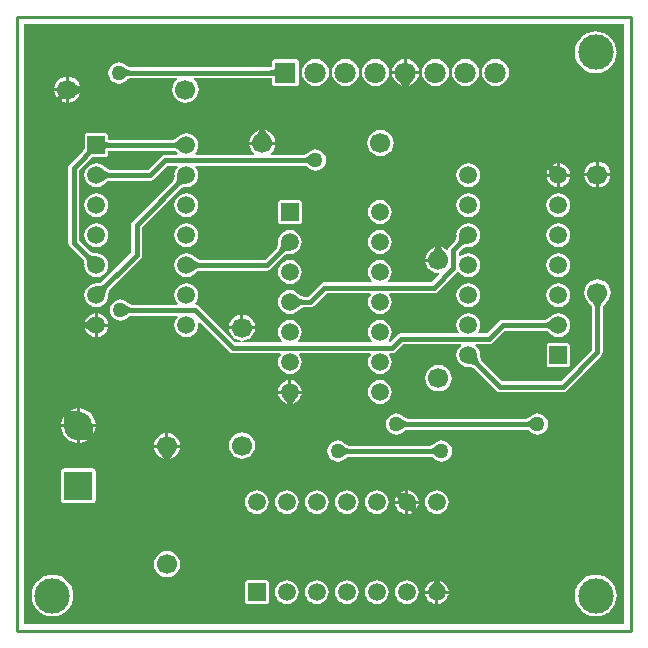
<source format=gtl>
G04 Layer_Physical_Order=1*
G04 Layer_Color=6759642*
%FSLAX44Y44*%
%MOMM*%
G71*
G01*
G75*
%ADD10C,0.4000*%
%ADD11C,0.2540*%
%ADD12R,1.5000X1.5000*%
%ADD13C,1.5000*%
%ADD14R,1.5000X1.5000*%
%ADD15R,1.8000X1.8000*%
%ADD16C,1.8000*%
%ADD17C,2.4000*%
%ADD18R,2.4000X2.4000*%
%ADD19C,1.7000*%
%ADD20C,3.0000*%
%ADD21C,1.2700*%
G36*
X514350Y6350D02*
X6350D01*
Y514350D01*
X514350D01*
Y6350D01*
D02*
G37*
%LPC*%
G36*
X491490Y297685D02*
X488608Y297306D01*
X485922Y296193D01*
X483616Y294424D01*
X481847Y292118D01*
X480734Y289432D01*
X480355Y286550D01*
X480734Y283668D01*
X481847Y280982D01*
X483616Y278676D01*
X483876Y278477D01*
X484392Y277948D01*
X484973Y277289D01*
X485471Y276658D01*
X485886Y276056D01*
X486222Y275489D01*
X486483Y274957D01*
X486674Y274464D01*
X486801Y274007D01*
X486861Y273657D01*
Y238137D01*
X460363Y211639D01*
X410857D01*
X393494Y229002D01*
X393330Y229225D01*
X393121Y229578D01*
X392931Y229978D01*
X392763Y230431D01*
X392620Y230940D01*
X392505Y231510D01*
X392421Y232140D01*
X392372Y232830D01*
X392363Y233421D01*
X392397Y233680D01*
X392052Y236301D01*
X391040Y238743D01*
X389431Y240841D01*
X388244Y241751D01*
X388675Y243021D01*
X400050D01*
X400050Y243021D01*
X401821Y243373D01*
X403323Y244377D01*
X413397Y254451D01*
X447226D01*
X447499Y254409D01*
X447897Y254308D01*
X448313Y254159D01*
X448752Y253958D01*
X449214Y253698D01*
X449698Y253378D01*
X450203Y252991D01*
X450726Y252538D01*
X451151Y252127D01*
X451309Y251919D01*
X453407Y250310D01*
X455849Y249298D01*
X458470Y248953D01*
X461091Y249298D01*
X463533Y250310D01*
X465631Y251919D01*
X467240Y254017D01*
X468252Y256459D01*
X468597Y259080D01*
X468252Y261701D01*
X467240Y264143D01*
X465631Y266241D01*
X463533Y267850D01*
X461091Y268862D01*
X458470Y269207D01*
X455849Y268862D01*
X453407Y267850D01*
X451309Y266241D01*
X451151Y266034D01*
X450726Y265622D01*
X450203Y265168D01*
X449698Y264783D01*
X449214Y264461D01*
X448752Y264202D01*
X448313Y264001D01*
X447897Y263852D01*
X447499Y263751D01*
X447226Y263709D01*
X411480D01*
X411480Y263709D01*
X409709Y263357D01*
X408207Y262353D01*
X408207Y262353D01*
X398133Y252279D01*
X391142D01*
X390580Y253418D01*
X391040Y254017D01*
X392052Y256459D01*
X392397Y259080D01*
X392052Y261701D01*
X391040Y264143D01*
X389431Y266241D01*
X387333Y267850D01*
X384891Y268862D01*
X382270Y269207D01*
X379649Y268862D01*
X377207Y267850D01*
X375109Y266241D01*
X373500Y264143D01*
X372488Y261701D01*
X372143Y259080D01*
X372488Y256459D01*
X373500Y254017D01*
X373960Y253418D01*
X373398Y252279D01*
X325120D01*
X325120Y252279D01*
X323349Y251927D01*
X321847Y250923D01*
X315872Y244948D01*
X315275Y245034D01*
X315071Y245299D01*
X314769Y246389D01*
X316110Y248137D01*
X317122Y250579D01*
X317467Y253200D01*
X317122Y255821D01*
X316110Y258263D01*
X314501Y260361D01*
X312403Y261970D01*
X309961Y262982D01*
X307340Y263327D01*
X304719Y262982D01*
X302277Y261970D01*
X300179Y260361D01*
X298570Y258263D01*
X297558Y255821D01*
X297213Y253200D01*
X297558Y250579D01*
X298570Y248137D01*
X300179Y246039D01*
X300411Y245862D01*
X300003Y244659D01*
X238477D01*
X238069Y245862D01*
X238301Y246039D01*
X239910Y248137D01*
X240922Y250579D01*
X241267Y253200D01*
X240922Y255821D01*
X239910Y258263D01*
X238301Y260361D01*
X236203Y261970D01*
X233761Y262982D01*
X231140Y263327D01*
X228519Y262982D01*
X226077Y261970D01*
X223979Y260361D01*
X222370Y258263D01*
X221358Y255821D01*
X221013Y253200D01*
X221358Y250579D01*
X222370Y248137D01*
X223979Y246039D01*
X224211Y245862D01*
X223803Y244659D01*
X190995D01*
X190912Y245929D01*
X191310Y245981D01*
X193382Y246254D01*
X196068Y247367D01*
X198374Y249136D01*
X200143Y251442D01*
X201256Y254128D01*
X201468Y255740D01*
X190500D01*
X179532D01*
X179744Y254128D01*
X180857Y251442D01*
X182626Y249136D01*
X184932Y247367D01*
X187618Y246254D01*
X189690Y245981D01*
X190088Y245929D01*
X190005Y244659D01*
X184797D01*
X154403Y275053D01*
X152901Y276057D01*
X151462Y276343D01*
X151264Y276588D01*
X151025Y277139D01*
X150947Y277679D01*
X152280Y279417D01*
X153292Y281859D01*
X153637Y284480D01*
X153292Y287101D01*
X152280Y289543D01*
X150671Y291641D01*
X148573Y293250D01*
X146131Y294262D01*
X143510Y294607D01*
X140889Y294262D01*
X138447Y293250D01*
X136349Y291641D01*
X134740Y289543D01*
X133728Y287101D01*
X133383Y284480D01*
X133728Y281859D01*
X134740Y279417D01*
X136074Y277679D01*
X135580Y276409D01*
X96944D01*
X96770Y276432D01*
X96437Y276505D01*
X96105Y276609D01*
X95773Y276745D01*
X95436Y276918D01*
X95092Y277131D01*
X94740Y277386D01*
X94380Y277688D01*
X94083Y277973D01*
X93970Y278120D01*
X92113Y279545D01*
X89951Y280441D01*
X87630Y280747D01*
X85309Y280441D01*
X83147Y279545D01*
X81290Y278120D01*
X79865Y276263D01*
X78969Y274101D01*
X78663Y271780D01*
X78969Y269459D01*
X79865Y267297D01*
X81290Y265440D01*
X83147Y264015D01*
X85309Y263119D01*
X87630Y262813D01*
X89951Y263119D01*
X92113Y264015D01*
X93970Y265440D01*
X94083Y265586D01*
X94380Y265872D01*
X94740Y266174D01*
X95092Y266429D01*
X95436Y266642D01*
X95773Y266814D01*
X96105Y266951D01*
X96437Y267055D01*
X96770Y267129D01*
X96944Y267151D01*
X135580D01*
X136074Y265881D01*
X134740Y264143D01*
X133728Y261701D01*
X133383Y259080D01*
X133728Y256459D01*
X134740Y254017D01*
X136349Y251919D01*
X138447Y250310D01*
X140889Y249298D01*
X143510Y248953D01*
X146131Y249298D01*
X148573Y250310D01*
X150671Y251919D01*
X152280Y254017D01*
X153292Y256459D01*
X153637Y259080D01*
X153356Y261212D01*
X154559Y261805D01*
X179607Y236757D01*
X181109Y235753D01*
X182880Y235401D01*
X182880Y235401D01*
X222717D01*
X223343Y234131D01*
X222370Y232863D01*
X221358Y230421D01*
X221013Y227800D01*
X221358Y225179D01*
X222370Y222737D01*
X223979Y220639D01*
X226077Y219030D01*
X228519Y218018D01*
X231140Y217673D01*
X233761Y218018D01*
X236203Y219030D01*
X238301Y220639D01*
X239910Y222737D01*
X240922Y225179D01*
X241267Y227800D01*
X240922Y230421D01*
X239910Y232863D01*
X238937Y234131D01*
X239564Y235401D01*
X298916D01*
X299543Y234131D01*
X298570Y232863D01*
X297558Y230421D01*
X297213Y227800D01*
X297558Y225179D01*
X298570Y222737D01*
X300179Y220639D01*
X302277Y219030D01*
X304719Y218018D01*
X307340Y217673D01*
X309961Y218018D01*
X312403Y219030D01*
X314501Y220639D01*
X316110Y222737D01*
X317122Y225179D01*
X317467Y227800D01*
X317122Y230421D01*
X316110Y232863D01*
X315137Y234131D01*
X315763Y235401D01*
X317500D01*
X317500Y235401D01*
X319271Y235753D01*
X320773Y236757D01*
X327037Y243021D01*
X375865D01*
X376296Y241751D01*
X375109Y240841D01*
X373500Y238743D01*
X372488Y236301D01*
X372143Y233680D01*
X372488Y231059D01*
X373500Y228617D01*
X375109Y226519D01*
X377207Y224910D01*
X379649Y223898D01*
X382270Y223553D01*
X382529Y223587D01*
X383120Y223578D01*
X383810Y223529D01*
X384440Y223445D01*
X385010Y223330D01*
X385519Y223186D01*
X385972Y223019D01*
X386372Y222829D01*
X386725Y222620D01*
X386948Y222456D01*
X405667Y203737D01*
X405667Y203737D01*
X407169Y202733D01*
X408940Y202381D01*
X462280D01*
X462280Y202381D01*
X464051Y202733D01*
X465553Y203737D01*
X494763Y232947D01*
X494763Y232947D01*
X495767Y234449D01*
X496119Y236220D01*
X496119Y236220D01*
Y273657D01*
X496179Y274007D01*
X496306Y274464D01*
X496497Y274957D01*
X496758Y275489D01*
X497094Y276057D01*
X497489Y276628D01*
X498613Y277973D01*
X499104Y278477D01*
X499364Y278676D01*
X501133Y280982D01*
X502246Y283668D01*
X502625Y286550D01*
X502246Y289432D01*
X501133Y292118D01*
X499364Y294424D01*
X497058Y296193D01*
X494372Y297306D01*
X491490Y297685D01*
D02*
G37*
G36*
X279400Y119347D02*
X276779Y119002D01*
X274337Y117990D01*
X272239Y116381D01*
X270630Y114283D01*
X269618Y111841D01*
X269273Y109220D01*
X269618Y106599D01*
X270630Y104157D01*
X272239Y102059D01*
X274337Y100450D01*
X276779Y99438D01*
X279400Y99093D01*
X282021Y99438D01*
X284463Y100450D01*
X286561Y102059D01*
X288170Y104157D01*
X289182Y106599D01*
X289527Y109220D01*
X289182Y111841D01*
X288170Y114283D01*
X286561Y116381D01*
X284463Y117990D01*
X282021Y119002D01*
X279400Y119347D01*
D02*
G37*
G36*
X77269Y257810D02*
X68580D01*
Y249121D01*
X69931Y249298D01*
X72373Y250310D01*
X74471Y251919D01*
X76080Y254017D01*
X77092Y256459D01*
X77269Y257810D01*
D02*
G37*
G36*
X189230Y267978D02*
X187618Y267766D01*
X184932Y266653D01*
X182626Y264884D01*
X180857Y262578D01*
X179744Y259892D01*
X179532Y258280D01*
X189230D01*
Y267978D01*
D02*
G37*
G36*
X254000Y119347D02*
X251379Y119002D01*
X248937Y117990D01*
X246839Y116381D01*
X245230Y114283D01*
X244218Y111841D01*
X243873Y109220D01*
X244218Y106599D01*
X245230Y104157D01*
X246839Y102059D01*
X248937Y100450D01*
X251379Y99438D01*
X254000Y99093D01*
X256621Y99438D01*
X259063Y100450D01*
X261161Y102059D01*
X262770Y104157D01*
X263782Y106599D01*
X264127Y109220D01*
X263782Y111841D01*
X262770Y114283D01*
X261161Y116381D01*
X259063Y117990D01*
X256621Y119002D01*
X254000Y119347D01*
D02*
G37*
G36*
X66040Y257810D02*
X61954D01*
Y253830D01*
X61317Y254447D01*
X60680Y255000D01*
X60043Y255487D01*
X59405Y255910D01*
X58768Y256268D01*
X58131Y256560D01*
X57494Y256787D01*
X57485Y256790D01*
X57528Y256459D01*
X58540Y254017D01*
X60149Y251919D01*
X62247Y250310D01*
X64689Y249298D01*
X66040Y249121D01*
Y257810D01*
D02*
G37*
G36*
X465970Y243770D02*
X450970D01*
X449979Y243573D01*
X449139Y243011D01*
X448577Y242171D01*
X448380Y241180D01*
Y226180D01*
X448577Y225189D01*
X449139Y224349D01*
X449979Y223787D01*
X450970Y223590D01*
X465970D01*
X466961Y223787D01*
X467801Y224349D01*
X468363Y225189D01*
X468560Y226180D01*
Y241180D01*
X468363Y242171D01*
X467801Y243011D01*
X466961Y243573D01*
X465970Y243770D01*
D02*
G37*
G36*
X241099Y201130D02*
X232410D01*
Y197044D01*
X236390D01*
X235772Y196407D01*
X235220Y195770D01*
X234732Y195133D01*
X234310Y194495D01*
X233953Y193858D01*
X233660Y193221D01*
X233433Y192584D01*
X233430Y192575D01*
X233761Y192618D01*
X236203Y193630D01*
X238301Y195239D01*
X239910Y197337D01*
X240922Y199779D01*
X241099Y201130D01*
D02*
G37*
G36*
X229870D02*
X221181D01*
X221358Y199779D01*
X222370Y197337D01*
X223979Y195239D01*
X226077Y193630D01*
X228519Y192618D01*
X228850Y192575D01*
X228848Y192584D01*
X228620Y193221D01*
X228328Y193858D01*
X227970Y194495D01*
X227547Y195133D01*
X227060Y195770D01*
X226507Y196407D01*
X225890Y197044D01*
X229870D01*
Y201130D01*
D02*
G37*
G36*
X307340Y212527D02*
X304719Y212182D01*
X302277Y211170D01*
X300179Y209561D01*
X298570Y207463D01*
X297558Y205021D01*
X297213Y202400D01*
X297558Y199779D01*
X298570Y197337D01*
X300179Y195239D01*
X302277Y193630D01*
X304719Y192618D01*
X307340Y192273D01*
X309961Y192618D01*
X312403Y193630D01*
X314501Y195239D01*
X316110Y197337D01*
X317122Y199779D01*
X317467Y202400D01*
X317122Y205021D01*
X316110Y207463D01*
X314501Y209561D01*
X312403Y211170D01*
X309961Y212182D01*
X307340Y212527D01*
D02*
G37*
G36*
X232410Y212359D02*
Y203670D01*
X241099D01*
X240922Y205021D01*
X239910Y207463D01*
X238301Y209561D01*
X236203Y211170D01*
X233761Y212182D01*
X232410Y212359D01*
D02*
G37*
G36*
X229870D02*
X228519Y212182D01*
X226077Y211170D01*
X223979Y209561D01*
X222370Y207463D01*
X221358Y205021D01*
X221181Y203670D01*
X229870D01*
Y212359D01*
D02*
G37*
G36*
X356870Y225295D02*
X353988Y224916D01*
X351302Y223803D01*
X348996Y222034D01*
X347227Y219728D01*
X346114Y217042D01*
X345735Y214160D01*
X346114Y211278D01*
X347227Y208592D01*
X348996Y206286D01*
X351302Y204517D01*
X353988Y203404D01*
X356870Y203025D01*
X359752Y203404D01*
X362438Y204517D01*
X364744Y206286D01*
X366513Y208592D01*
X367626Y211278D01*
X368005Y214160D01*
X367626Y217042D01*
X366513Y219728D01*
X364744Y222034D01*
X362438Y223803D01*
X359752Y224916D01*
X356870Y225295D01*
D02*
G37*
G36*
X231140Y314127D02*
X228519Y313782D01*
X226077Y312770D01*
X223979Y311161D01*
X222370Y309063D01*
X221358Y306621D01*
X221013Y304000D01*
X221358Y301379D01*
X222370Y298937D01*
X223979Y296839D01*
X226077Y295230D01*
X228519Y294218D01*
X231140Y293873D01*
X233761Y294218D01*
X236203Y295230D01*
X238301Y296839D01*
X239910Y298937D01*
X240922Y301379D01*
X241267Y304000D01*
X240922Y306621D01*
X239910Y309063D01*
X238301Y311161D01*
X236203Y312770D01*
X233761Y313782D01*
X231140Y314127D01*
D02*
G37*
G36*
X30000Y47662D02*
X29874Y47637D01*
X29746Y47650D01*
X26806Y47360D01*
X26562Y47286D01*
X26308Y47261D01*
X23480Y46403D01*
X23255Y46283D01*
X23011Y46209D01*
X20405Y44816D01*
X20208Y44654D01*
X19983Y44534D01*
X17699Y42660D01*
X17537Y42463D01*
X17340Y42301D01*
X15466Y40017D01*
X15345Y39792D01*
X15184Y39595D01*
X13791Y36989D01*
X13717Y36745D01*
X13597Y36520D01*
X12739Y33692D01*
X12714Y33438D01*
X12640Y33194D01*
X12350Y30254D01*
X12375Y30000D01*
X12350Y29746D01*
X12640Y26806D01*
X12714Y26562D01*
X12739Y26308D01*
X13597Y23480D01*
X13717Y23255D01*
X13791Y23011D01*
X15184Y20405D01*
X15345Y20208D01*
X15466Y19983D01*
X17340Y17699D01*
X17537Y17537D01*
X17699Y17340D01*
X19983Y15466D01*
X20208Y15345D01*
X20405Y15184D01*
X23011Y13791D01*
X23255Y13717D01*
X23480Y13597D01*
X26308Y12739D01*
X26562Y12714D01*
X26806Y12640D01*
X29746Y12350D01*
X29874Y12363D01*
X30000Y12338D01*
X30126Y12363D01*
X30254Y12350D01*
X33194Y12640D01*
X33438Y12714D01*
X33692Y12739D01*
X36520Y13597D01*
X36745Y13717D01*
X36989Y13791D01*
X39595Y15184D01*
X39792Y15345D01*
X40017Y15466D01*
X42301Y17340D01*
X42463Y17537D01*
X42660Y17699D01*
X44534Y19983D01*
X44654Y20208D01*
X44816Y20405D01*
X46209Y23011D01*
X46283Y23255D01*
X46403Y23480D01*
X47261Y26308D01*
X47286Y26562D01*
X47360Y26806D01*
X47650Y29746D01*
X47625Y30000D01*
X47650Y30254D01*
X47360Y33194D01*
X47286Y33438D01*
X47261Y33692D01*
X46403Y36520D01*
X46283Y36745D01*
X46209Y36989D01*
X44816Y39595D01*
X44654Y39792D01*
X44534Y40017D01*
X42660Y42301D01*
X42463Y42463D01*
X42301Y42660D01*
X40017Y44534D01*
X39792Y44654D01*
X39595Y44816D01*
X36989Y46209D01*
X36745Y46283D01*
X36520Y46403D01*
X33692Y47261D01*
X33438Y47286D01*
X33194Y47360D01*
X30254Y47650D01*
X30126Y47637D01*
X30000Y47662D01*
D02*
G37*
G36*
X458470Y294607D02*
X455849Y294262D01*
X453407Y293250D01*
X451309Y291641D01*
X449700Y289543D01*
X448688Y287101D01*
X448343Y284480D01*
X448688Y281859D01*
X449700Y279417D01*
X451309Y277319D01*
X453407Y275710D01*
X455849Y274698D01*
X458470Y274353D01*
X461091Y274698D01*
X463533Y275710D01*
X465631Y277319D01*
X467240Y279417D01*
X468252Y281859D01*
X468597Y284480D01*
X468252Y287101D01*
X467240Y289543D01*
X465631Y291641D01*
X463533Y293250D01*
X461091Y294262D01*
X458470Y294607D01*
D02*
G37*
G36*
X357890Y42845D02*
X357892Y42836D01*
X358120Y42199D01*
X358413Y41562D01*
X358770Y40925D01*
X359193Y40287D01*
X359680Y39650D01*
X360233Y39013D01*
X360850Y38376D01*
X356870D01*
Y34290D01*
X365559D01*
X365382Y35641D01*
X364370Y38083D01*
X362761Y40181D01*
X360663Y41790D01*
X358221Y42802D01*
X357890Y42845D01*
D02*
G37*
G36*
X127000Y67815D02*
X124118Y67436D01*
X121432Y66323D01*
X119126Y64554D01*
X117357Y62248D01*
X116244Y59562D01*
X115865Y56680D01*
X116244Y53798D01*
X117357Y51112D01*
X119126Y48806D01*
X121432Y47037D01*
X124118Y45924D01*
X127000Y45545D01*
X129882Y45924D01*
X132568Y47037D01*
X134874Y48806D01*
X136643Y51112D01*
X137756Y53798D01*
X138135Y56680D01*
X137756Y59562D01*
X136643Y62248D01*
X134874Y64554D01*
X132568Y66323D01*
X129882Y67436D01*
X127000Y67815D01*
D02*
G37*
G36*
X458470Y320007D02*
X455849Y319662D01*
X453407Y318650D01*
X451309Y317041D01*
X449700Y314943D01*
X448688Y312501D01*
X448343Y309880D01*
X448688Y307259D01*
X449700Y304817D01*
X451309Y302719D01*
X453407Y301110D01*
X455849Y300098D01*
X458470Y299753D01*
X461091Y300098D01*
X463533Y301110D01*
X465631Y302719D01*
X467240Y304817D01*
X468252Y307259D01*
X468597Y309880D01*
X468252Y312501D01*
X467240Y314943D01*
X465631Y317041D01*
X463533Y318650D01*
X461091Y319662D01*
X458470Y320007D01*
D02*
G37*
G36*
X382270Y294607D02*
X379649Y294262D01*
X377207Y293250D01*
X375109Y291641D01*
X373500Y289543D01*
X372488Y287101D01*
X372143Y284480D01*
X372488Y281859D01*
X373500Y279417D01*
X375109Y277319D01*
X377207Y275710D01*
X379649Y274698D01*
X382270Y274353D01*
X384891Y274698D01*
X387333Y275710D01*
X389431Y277319D01*
X391040Y279417D01*
X392052Y281859D01*
X392397Y284480D01*
X392052Y287101D01*
X391040Y289543D01*
X389431Y291641D01*
X387333Y293250D01*
X384891Y294262D01*
X382270Y294607D01*
D02*
G37*
G36*
X68580Y269039D02*
Y260350D01*
X77269D01*
X77092Y261701D01*
X76080Y264143D01*
X74471Y266241D01*
X72373Y267850D01*
X69931Y268862D01*
X68580Y269039D01*
D02*
G37*
G36*
X66040D02*
X64689Y268862D01*
X62247Y267850D01*
X60149Y266241D01*
X58540Y264143D01*
X57528Y261701D01*
X57485Y261370D01*
X57494Y261373D01*
X58131Y261600D01*
X58768Y261893D01*
X59405Y262250D01*
X60043Y262673D01*
X60680Y263160D01*
X61317Y263713D01*
X61954Y264330D01*
Y260350D01*
X66040D01*
Y269039D01*
D02*
G37*
G36*
X191770Y267978D02*
Y258280D01*
X201468D01*
X201256Y259892D01*
X200143Y262578D01*
X198374Y264884D01*
X196068Y266653D01*
X193382Y267766D01*
X191770Y267978D01*
D02*
G37*
G36*
X490000Y47662D02*
X489874Y47637D01*
X489746Y47650D01*
X486806Y47360D01*
X486562Y47286D01*
X486308Y47261D01*
X483480Y46403D01*
X483255Y46283D01*
X483011Y46209D01*
X480405Y44816D01*
X480208Y44654D01*
X479983Y44534D01*
X477699Y42660D01*
X477537Y42463D01*
X477340Y42301D01*
X475466Y40017D01*
X475345Y39792D01*
X475184Y39595D01*
X473791Y36989D01*
X473717Y36745D01*
X473596Y36520D01*
X472739Y33692D01*
X472714Y33438D01*
X472640Y33194D01*
X472350Y30254D01*
X472375Y30000D01*
X472350Y29746D01*
X472640Y26806D01*
X472714Y26562D01*
X472739Y26308D01*
X473596Y23480D01*
X473717Y23255D01*
X473791Y23011D01*
X475184Y20405D01*
X475345Y20208D01*
X475466Y19983D01*
X477340Y17699D01*
X477537Y17537D01*
X477699Y17340D01*
X479983Y15466D01*
X480208Y15345D01*
X480405Y15184D01*
X483011Y13791D01*
X483255Y13717D01*
X483480Y13597D01*
X486308Y12739D01*
X486562Y12714D01*
X486806Y12640D01*
X489746Y12350D01*
X489874Y12363D01*
X490000Y12338D01*
X490126Y12363D01*
X490254Y12350D01*
X493194Y12640D01*
X493438Y12714D01*
X493692Y12739D01*
X496520Y13597D01*
X496745Y13717D01*
X496989Y13791D01*
X499595Y15184D01*
X499792Y15345D01*
X500017Y15466D01*
X502301Y17340D01*
X502463Y17537D01*
X502660Y17699D01*
X504534Y19983D01*
X504655Y20208D01*
X504816Y20405D01*
X506209Y23011D01*
X506283Y23255D01*
X506404Y23480D01*
X507261Y26308D01*
X507286Y26562D01*
X507360Y26806D01*
X507650Y29746D01*
X507625Y30000D01*
X507650Y30254D01*
X507360Y33194D01*
X507286Y33438D01*
X507261Y33692D01*
X506404Y36520D01*
X506283Y36745D01*
X506209Y36989D01*
X504816Y39595D01*
X504655Y39792D01*
X504534Y40017D01*
X502660Y42301D01*
X502463Y42463D01*
X502301Y42660D01*
X500017Y44534D01*
X499792Y44654D01*
X499595Y44816D01*
X496989Y46209D01*
X496745Y46283D01*
X496520Y46403D01*
X493692Y47261D01*
X493438Y47286D01*
X493194Y47360D01*
X490254Y47650D01*
X490126Y47637D01*
X490000Y47662D01*
D02*
G37*
G36*
X203200Y119347D02*
X200579Y119002D01*
X198137Y117990D01*
X196039Y116381D01*
X194430Y114283D01*
X193418Y111841D01*
X193073Y109220D01*
X193418Y106599D01*
X194430Y104157D01*
X196039Y102059D01*
X198137Y100450D01*
X200579Y99438D01*
X203200Y99093D01*
X205821Y99438D01*
X208263Y100450D01*
X210361Y102059D01*
X211970Y104157D01*
X212982Y106599D01*
X213327Y109220D01*
X212982Y111841D01*
X211970Y114283D01*
X210361Y116381D01*
X208263Y117990D01*
X205821Y119002D01*
X203200Y119347D01*
D02*
G37*
G36*
X228600D02*
X225979Y119002D01*
X223537Y117990D01*
X221439Y116381D01*
X219830Y114283D01*
X218818Y111841D01*
X218473Y109220D01*
X218818Y106599D01*
X219830Y104157D01*
X221439Y102059D01*
X223537Y100450D01*
X225979Y99438D01*
X228600Y99093D01*
X231221Y99438D01*
X233663Y100450D01*
X235761Y102059D01*
X237370Y104157D01*
X238382Y106599D01*
X238727Y109220D01*
X238382Y111841D01*
X237370Y114283D01*
X235761Y116381D01*
X233663Y117990D01*
X231221Y119002D01*
X228600Y119347D01*
D02*
G37*
G36*
X137968Y155410D02*
X128270D01*
Y150610D01*
X132950D01*
X132199Y149840D01*
X130935Y148327D01*
X130422Y147585D01*
X129987Y146851D01*
X129632Y146126D01*
X129536Y145879D01*
X129882Y145924D01*
X132568Y147037D01*
X134874Y148806D01*
X136643Y151112D01*
X137756Y153798D01*
X137968Y155410D01*
D02*
G37*
G36*
X125730D02*
X116032D01*
X116244Y153798D01*
X117357Y151112D01*
X119126Y148806D01*
X121432Y147037D01*
X124118Y145924D01*
X124464Y145879D01*
X124368Y146126D01*
X124012Y146851D01*
X123578Y147585D01*
X123064Y148327D01*
X122472Y149079D01*
X121800Y149840D01*
X121050Y150610D01*
X125730D01*
Y155410D01*
D02*
G37*
G36*
X190500Y168145D02*
X187618Y167766D01*
X184932Y166653D01*
X182626Y164884D01*
X180857Y162578D01*
X179744Y159892D01*
X179365Y157010D01*
X179744Y154128D01*
X180857Y151442D01*
X182626Y149136D01*
X184932Y147367D01*
X187618Y146254D01*
X190500Y145875D01*
X193382Y146254D01*
X196068Y147367D01*
X198374Y149136D01*
X200143Y151442D01*
X201256Y154128D01*
X201635Y157010D01*
X201256Y159892D01*
X200143Y162578D01*
X198374Y164884D01*
X196068Y166653D01*
X193382Y167766D01*
X190500Y168145D01*
D02*
G37*
G36*
X359410Y161367D02*
X357089Y161061D01*
X354927Y160165D01*
X353070Y158740D01*
X352957Y158594D01*
X352660Y158308D01*
X352300Y158006D01*
X351948Y157751D01*
X351604Y157538D01*
X351267Y157366D01*
X350935Y157229D01*
X350603Y157125D01*
X350270Y157051D01*
X350096Y157029D01*
X281094D01*
X280921Y157051D01*
X280587Y157125D01*
X280255Y157229D01*
X279923Y157366D01*
X279586Y157538D01*
X279242Y157751D01*
X278890Y158006D01*
X278530Y158308D01*
X278233Y158593D01*
X278120Y158740D01*
X276263Y160165D01*
X274101Y161061D01*
X271780Y161367D01*
X269459Y161061D01*
X267297Y160165D01*
X265440Y158740D01*
X264015Y156883D01*
X263119Y154721D01*
X262813Y152400D01*
X263119Y150079D01*
X264015Y147917D01*
X265440Y146060D01*
X267297Y144635D01*
X269459Y143739D01*
X271780Y143433D01*
X274101Y143739D01*
X276263Y144635D01*
X278120Y146060D01*
X278233Y146207D01*
X278530Y146492D01*
X278890Y146794D01*
X279242Y147049D01*
X279586Y147262D01*
X279923Y147435D01*
X280255Y147571D01*
X280587Y147675D01*
X280921Y147748D01*
X281094Y147771D01*
X350096D01*
X350270Y147748D01*
X350603Y147675D01*
X350935Y147571D01*
X351267Y147435D01*
X351604Y147262D01*
X351948Y147049D01*
X352300Y146794D01*
X352660Y146492D01*
X352957Y146207D01*
X353070Y146060D01*
X354927Y144635D01*
X357089Y143739D01*
X359410Y143433D01*
X361731Y143739D01*
X363893Y144635D01*
X365750Y146060D01*
X367175Y147917D01*
X368071Y150079D01*
X368377Y152400D01*
X368071Y154721D01*
X367175Y156883D01*
X365750Y158740D01*
X363893Y160165D01*
X361731Y161061D01*
X359410Y161367D01*
D02*
G37*
G36*
X328930Y107950D02*
X320241D01*
X320418Y106599D01*
X321430Y104157D01*
X323039Y102059D01*
X325137Y100450D01*
X327579Y99438D01*
X328930Y99261D01*
Y107950D01*
D02*
G37*
G36*
X331470Y101685D02*
Y99261D01*
X332821Y99438D01*
X335263Y100450D01*
X335528Y100653D01*
X335520Y100658D01*
X334909Y100947D01*
X334251Y101191D01*
X333548Y101389D01*
X332799Y101541D01*
X332003Y101647D01*
X331470Y101685D01*
D02*
G37*
G36*
X328930Y119179D02*
X327579Y119002D01*
X325137Y117990D01*
X324872Y117787D01*
X324880Y117782D01*
X325491Y117493D01*
X326149Y117249D01*
X326852Y117051D01*
X327601Y116899D01*
X328397Y116793D01*
X328930Y116755D01*
Y119179D01*
D02*
G37*
G36*
X64070Y137780D02*
X40070D01*
X39079Y137583D01*
X38239Y137021D01*
X37677Y136181D01*
X37480Y135190D01*
Y111190D01*
X37677Y110199D01*
X38239Y109359D01*
X39079Y108797D01*
X40070Y108600D01*
X64070D01*
X65061Y108797D01*
X65901Y109359D01*
X66463Y110199D01*
X66660Y111190D01*
Y135190D01*
X66463Y136181D01*
X65901Y137021D01*
X65061Y137583D01*
X64070Y137780D01*
D02*
G37*
G36*
X340159Y107950D02*
X337735D01*
X337773Y107417D01*
X337879Y106621D01*
X338031Y105872D01*
X338229Y105169D01*
X338473Y104511D01*
X338762Y103900D01*
X338767Y103892D01*
X338970Y104157D01*
X339982Y106599D01*
X340159Y107950D01*
D02*
G37*
G36*
X336505D02*
X331470D01*
Y102915D01*
X336505Y107950D01*
D02*
G37*
G36*
X331470Y119179D02*
Y110490D01*
X340159D01*
X339982Y111841D01*
X338970Y114283D01*
X337361Y116381D01*
X335263Y117990D01*
X332821Y119002D01*
X331470Y119179D01*
D02*
G37*
G36*
X328930Y115525D02*
X323895Y110490D01*
X328930D01*
Y115525D01*
D02*
G37*
G36*
X321633Y114548D02*
X321430Y114283D01*
X320418Y111841D01*
X320241Y110490D01*
X322665D01*
X322627Y111023D01*
X322521Y111819D01*
X322369Y112568D01*
X322171Y113271D01*
X321927Y113929D01*
X321638Y114540D01*
X321633Y114548D01*
D02*
G37*
G36*
X50800Y184839D02*
X41221Y175260D01*
X50800D01*
Y184839D01*
D02*
G37*
G36*
X39432Y181404D02*
X39369Y181323D01*
X37904Y177786D01*
X37572Y175260D01*
X40062D01*
X40058Y175842D01*
X39850Y178947D01*
X39654Y180319D01*
X39432Y181404D01*
D02*
G37*
G36*
X304800Y119347D02*
X302179Y119002D01*
X299737Y117990D01*
X297639Y116381D01*
X296030Y114283D01*
X295018Y111841D01*
X294673Y109220D01*
X295018Y106599D01*
X296030Y104157D01*
X297639Y102059D01*
X299737Y100450D01*
X302179Y99438D01*
X304800Y99093D01*
X307421Y99438D01*
X309863Y100450D01*
X311961Y102059D01*
X313570Y104157D01*
X314582Y106599D01*
X314927Y109220D01*
X314582Y111841D01*
X313570Y114283D01*
X311961Y116381D01*
X309863Y117990D01*
X307421Y119002D01*
X304800Y119347D01*
D02*
G37*
G36*
X50800Y188488D02*
X48274Y188156D01*
X44737Y186691D01*
X44656Y186628D01*
X45741Y186406D01*
X47113Y186210D01*
X50218Y186002D01*
X50800Y185998D01*
Y188488D01*
D02*
G37*
G36*
X440690Y184227D02*
X438369Y183921D01*
X436207Y183025D01*
X434350Y181600D01*
X434237Y181453D01*
X433940Y181168D01*
X433580Y180866D01*
X433228Y180611D01*
X432884Y180398D01*
X432547Y180226D01*
X432215Y180089D01*
X431883Y179985D01*
X431549Y179911D01*
X431376Y179889D01*
X330624D01*
X330451Y179911D01*
X330117Y179985D01*
X329785Y180089D01*
X329453Y180226D01*
X329116Y180398D01*
X328772Y180611D01*
X328420Y180866D01*
X328060Y181168D01*
X327763Y181453D01*
X327650Y181600D01*
X325793Y183025D01*
X323631Y183921D01*
X321310Y184227D01*
X318989Y183921D01*
X316827Y183025D01*
X314970Y181600D01*
X313545Y179743D01*
X312649Y177581D01*
X312343Y175260D01*
X312649Y172939D01*
X313545Y170777D01*
X314970Y168920D01*
X316827Y167495D01*
X318989Y166599D01*
X321310Y166293D01*
X323631Y166599D01*
X325793Y167495D01*
X327650Y168920D01*
X327763Y169067D01*
X328060Y169352D01*
X328420Y169654D01*
X328772Y169909D01*
X329116Y170122D01*
X329453Y170294D01*
X329785Y170431D01*
X330117Y170535D01*
X330451Y170609D01*
X330624Y170631D01*
X431376D01*
X431549Y170609D01*
X431883Y170535D01*
X432215Y170431D01*
X432547Y170294D01*
X432884Y170122D01*
X433228Y169909D01*
X433580Y169654D01*
X433940Y169352D01*
X434237Y169067D01*
X434350Y168920D01*
X436207Y167495D01*
X438369Y166599D01*
X440690Y166293D01*
X443011Y166599D01*
X445173Y167495D01*
X447030Y168920D01*
X448455Y170777D01*
X449351Y172939D01*
X449657Y175260D01*
X449351Y177581D01*
X448455Y179743D01*
X447030Y181600D01*
X445173Y183025D01*
X443011Y183921D01*
X440690Y184227D01*
D02*
G37*
G36*
X53340Y188488D02*
Y175260D01*
X66568D01*
X66236Y177786D01*
X64771Y181323D01*
X62440Y184360D01*
X59403Y186691D01*
X55866Y188156D01*
X53340Y188488D01*
D02*
G37*
G36*
X355600Y119347D02*
X352979Y119002D01*
X350537Y117990D01*
X348439Y116381D01*
X346830Y114283D01*
X345818Y111841D01*
X345473Y109220D01*
X345818Y106599D01*
X346830Y104157D01*
X348439Y102059D01*
X350537Y100450D01*
X352979Y99438D01*
X355600Y99093D01*
X358221Y99438D01*
X360663Y100450D01*
X362761Y102059D01*
X364370Y104157D01*
X365382Y106599D01*
X365727Y109220D01*
X365382Y111841D01*
X364370Y114283D01*
X362761Y116381D01*
X360663Y117990D01*
X358221Y119002D01*
X355600Y119347D01*
D02*
G37*
G36*
X50800Y172720D02*
X37572D01*
X37904Y170194D01*
X39369Y166657D01*
X41700Y163620D01*
X44737Y161289D01*
X48274Y159824D01*
X50800Y159492D01*
Y172720D01*
D02*
G37*
G36*
X128270Y167648D02*
Y157950D01*
X137968D01*
X137756Y159562D01*
X136643Y162248D01*
X134874Y164554D01*
X132568Y166323D01*
X129882Y167436D01*
X128270Y167648D01*
D02*
G37*
G36*
X125730D02*
X124118Y167436D01*
X121432Y166323D01*
X119126Y164554D01*
X117357Y162248D01*
X116244Y159562D01*
X116032Y157950D01*
X125730D01*
Y167648D01*
D02*
G37*
G36*
X66568Y172720D02*
X64078D01*
X64082Y172138D01*
X64290Y169033D01*
X64486Y167661D01*
X64708Y166576D01*
X64771Y166657D01*
X66236Y170194D01*
X66568Y172720D01*
D02*
G37*
G36*
X62919D02*
X53340D01*
Y163141D01*
X62919Y172720D01*
D02*
G37*
G36*
X53340Y161982D02*
Y159492D01*
X55866Y159824D01*
X59403Y161289D01*
X59484Y161352D01*
X58399Y161574D01*
X57027Y161770D01*
X53922Y161978D01*
X53340Y161982D01*
D02*
G37*
G36*
X231140Y339527D02*
X228519Y339182D01*
X226077Y338170D01*
X223979Y336561D01*
X222370Y334463D01*
X221358Y332021D01*
X221013Y329400D01*
X221047Y329141D01*
X221038Y328550D01*
X220989Y327860D01*
X220905Y327230D01*
X220790Y326660D01*
X220646Y326151D01*
X220479Y325698D01*
X220289Y325298D01*
X220080Y324945D01*
X219916Y324722D01*
X209703Y314509D01*
X154754D01*
X154481Y314551D01*
X154083Y314652D01*
X153667Y314801D01*
X153228Y315002D01*
X152766Y315262D01*
X152282Y315582D01*
X151777Y315969D01*
X151254Y316422D01*
X150829Y316833D01*
X150671Y317041D01*
X148573Y318650D01*
X146131Y319662D01*
X143510Y320007D01*
X140889Y319662D01*
X138447Y318650D01*
X136349Y317041D01*
X134740Y314943D01*
X133728Y312501D01*
X133383Y309880D01*
X133728Y307259D01*
X134740Y304817D01*
X136349Y302719D01*
X138447Y301110D01*
X140889Y300098D01*
X143510Y299753D01*
X146131Y300098D01*
X148573Y301110D01*
X150671Y302719D01*
X150829Y302926D01*
X151254Y303338D01*
X151777Y303792D01*
X152282Y304177D01*
X152766Y304499D01*
X153228Y304758D01*
X153667Y304959D01*
X154083Y305108D01*
X154481Y305209D01*
X154754Y305251D01*
X211620D01*
X211620Y305251D01*
X213391Y305603D01*
X214893Y306607D01*
X226462Y318176D01*
X226685Y318340D01*
X227038Y318549D01*
X227438Y318739D01*
X227891Y318907D01*
X228400Y319050D01*
X228970Y319165D01*
X229600Y319249D01*
X230290Y319298D01*
X230881Y319307D01*
X231140Y319273D01*
X233761Y319618D01*
X236203Y320630D01*
X238301Y322239D01*
X239910Y324337D01*
X240922Y326779D01*
X241267Y329400D01*
X240922Y332021D01*
X239910Y334463D01*
X238301Y336561D01*
X236203Y338170D01*
X233761Y339182D01*
X231140Y339527D01*
D02*
G37*
G36*
X41440Y457200D02*
X31742D01*
X31954Y455588D01*
X33067Y452902D01*
X34836Y450596D01*
X37142Y448827D01*
X39828Y447714D01*
X41440Y447502D01*
Y457200D01*
D02*
G37*
G36*
X143510Y421607D02*
X140889Y421262D01*
X138447Y420250D01*
X136349Y418641D01*
X136191Y418434D01*
X135766Y418022D01*
X135243Y417569D01*
X134738Y417183D01*
X134254Y416861D01*
X133792Y416602D01*
X133353Y416401D01*
X132937Y416252D01*
X132539Y416151D01*
X132266Y416109D01*
X77905D01*
X77651Y416131D01*
X77400Y416173D01*
Y418980D01*
X77203Y419971D01*
X76641Y420811D01*
X75801Y421373D01*
X74810Y421570D01*
X59810D01*
X58819Y421373D01*
X57979Y420811D01*
X57417Y419971D01*
X57220Y418980D01*
Y408207D01*
X56995Y407883D01*
X56048Y406765D01*
X44987Y395703D01*
X43983Y394201D01*
X43631Y392430D01*
X43631Y392430D01*
Y328930D01*
X43631Y328930D01*
X43983Y327159D01*
X44987Y325657D01*
X56086Y314558D01*
X56250Y314335D01*
X56459Y313982D01*
X56649Y313582D01*
X56817Y313129D01*
X56960Y312620D01*
X57075Y312050D01*
X57159Y311420D01*
X57208Y310730D01*
X57217Y310139D01*
X57183Y309880D01*
X57528Y307259D01*
X58540Y304817D01*
X60149Y302719D01*
X62247Y301110D01*
X64689Y300098D01*
X67310Y299753D01*
X69931Y300098D01*
X72373Y301110D01*
X74471Y302719D01*
X76080Y304817D01*
X77092Y307259D01*
X77437Y309880D01*
X77092Y312501D01*
X76080Y314943D01*
X74471Y317041D01*
X72373Y318650D01*
X69931Y319662D01*
X67310Y320007D01*
X67051Y319973D01*
X66460Y319982D01*
X65770Y320031D01*
X65140Y320115D01*
X64570Y320230D01*
X64061Y320373D01*
X63608Y320541D01*
X63208Y320731D01*
X62855Y320940D01*
X62632Y321104D01*
X52889Y330847D01*
Y390513D01*
X62417Y400040D01*
X63119Y400693D01*
X63684Y401145D01*
X64037Y401390D01*
X74810D01*
X75801Y401587D01*
X76641Y402149D01*
X77203Y402989D01*
X77400Y403980D01*
Y406787D01*
X77651Y406829D01*
X77905Y406851D01*
X132266D01*
X132539Y406809D01*
X132937Y406708D01*
X133353Y406559D01*
X133792Y406358D01*
X134254Y406098D01*
X134738Y405778D01*
X135243Y405391D01*
X135766Y404938D01*
X136033Y404679D01*
X135931Y404051D01*
X135580Y403409D01*
X125730D01*
X125730Y403409D01*
X123959Y403057D01*
X122457Y402053D01*
X122457Y402053D01*
X111113Y390709D01*
X78554D01*
X78281Y390751D01*
X77883Y390852D01*
X77467Y391001D01*
X77028Y391202D01*
X76566Y391462D01*
X76082Y391782D01*
X75577Y392169D01*
X75054Y392622D01*
X74630Y393033D01*
X74471Y393241D01*
X72373Y394850D01*
X69931Y395862D01*
X67310Y396207D01*
X64689Y395862D01*
X62247Y394850D01*
X60149Y393241D01*
X58540Y391143D01*
X57528Y388701D01*
X57183Y386080D01*
X57528Y383459D01*
X58540Y381017D01*
X60149Y378919D01*
X62247Y377310D01*
X64689Y376298D01*
X67310Y375953D01*
X69931Y376298D01*
X72373Y377310D01*
X74471Y378919D01*
X74630Y379126D01*
X75054Y379538D01*
X75577Y379991D01*
X76082Y380377D01*
X76566Y380699D01*
X77028Y380958D01*
X77467Y381159D01*
X77883Y381308D01*
X78281Y381409D01*
X78554Y381451D01*
X113030D01*
X113030Y381451D01*
X114801Y381803D01*
X116303Y382807D01*
X127647Y394151D01*
X135580D01*
X136074Y392881D01*
X134740Y391143D01*
X133728Y388701D01*
X133383Y386080D01*
X133417Y385821D01*
X133408Y385230D01*
X133359Y384540D01*
X133275Y383910D01*
X133160Y383340D01*
X133017Y382831D01*
X132849Y382378D01*
X132659Y381978D01*
X132450Y381625D01*
X132286Y381402D01*
X98327Y347443D01*
X97323Y345941D01*
X96971Y344170D01*
X96971Y344170D01*
Y320687D01*
X71988Y295704D01*
X71765Y295540D01*
X71412Y295331D01*
X71012Y295141D01*
X70559Y294974D01*
X70050Y294830D01*
X69480Y294715D01*
X68850Y294631D01*
X68160Y294582D01*
X67569Y294573D01*
X67310Y294607D01*
X64689Y294262D01*
X62247Y293250D01*
X60149Y291641D01*
X58540Y289543D01*
X57528Y287101D01*
X57183Y284480D01*
X57528Y281859D01*
X58540Y279417D01*
X60149Y277319D01*
X62247Y275710D01*
X64689Y274698D01*
X67310Y274353D01*
X69931Y274698D01*
X72373Y275710D01*
X74471Y277319D01*
X76080Y279417D01*
X77092Y281859D01*
X77437Y284480D01*
X77403Y284739D01*
X77412Y285330D01*
X77461Y286020D01*
X77545Y286650D01*
X77660Y287220D01*
X77804Y287729D01*
X77971Y288182D01*
X78161Y288582D01*
X78370Y288935D01*
X78534Y289158D01*
X104873Y315497D01*
X104873Y315497D01*
X105877Y316999D01*
X106229Y318770D01*
Y342253D01*
X138832Y374856D01*
X139055Y375020D01*
X139408Y375229D01*
X139808Y375419D01*
X140261Y375587D01*
X140770Y375730D01*
X141340Y375845D01*
X141970Y375929D01*
X142660Y375978D01*
X143251Y375988D01*
X143510Y375953D01*
X146131Y376298D01*
X148573Y377310D01*
X150671Y378919D01*
X152280Y381017D01*
X153292Y383459D01*
X153637Y386080D01*
X153292Y388701D01*
X152280Y391143D01*
X150947Y392881D01*
X151440Y394151D01*
X243416D01*
X243589Y394128D01*
X243923Y394055D01*
X244255Y393951D01*
X244587Y393815D01*
X244924Y393642D01*
X245268Y393429D01*
X245620Y393174D01*
X245980Y392872D01*
X246277Y392587D01*
X246390Y392440D01*
X248247Y391015D01*
X250409Y390119D01*
X252730Y389813D01*
X255051Y390119D01*
X257213Y391015D01*
X259070Y392440D01*
X260495Y394297D01*
X261391Y396459D01*
X261697Y398780D01*
X261391Y401101D01*
X260495Y403263D01*
X259070Y405120D01*
X257213Y406545D01*
X255051Y407441D01*
X252730Y407747D01*
X250409Y407441D01*
X248247Y406545D01*
X246390Y405120D01*
X246277Y404973D01*
X245980Y404688D01*
X245620Y404386D01*
X245268Y404131D01*
X244924Y403918D01*
X244587Y403745D01*
X244255Y403609D01*
X243923Y403505D01*
X243589Y403432D01*
X243416Y403409D01*
X215245D01*
X214814Y404679D01*
X215684Y405346D01*
X217453Y407652D01*
X218566Y410338D01*
X218778Y411950D01*
X207810D01*
X196842D01*
X197054Y410338D01*
X198167Y407652D01*
X199936Y405346D01*
X200806Y404679D01*
X200375Y403409D01*
X151440D01*
X150947Y404679D01*
X152280Y406417D01*
X153292Y408859D01*
X153637Y411480D01*
X153292Y414101D01*
X152280Y416543D01*
X150671Y418641D01*
X148573Y420250D01*
X146131Y421262D01*
X143510Y421607D01*
D02*
G37*
G36*
X210346Y424021D02*
X210442Y423773D01*
X210798Y423049D01*
X211232Y422315D01*
X211745Y421573D01*
X212338Y420821D01*
X213009Y420060D01*
X213760Y419290D01*
X209080D01*
Y414490D01*
X218778D01*
X218566Y416102D01*
X217453Y418788D01*
X215684Y421094D01*
X213378Y422863D01*
X210692Y423976D01*
X210346Y424021D01*
D02*
G37*
G36*
X43980Y469438D02*
Y459740D01*
X48780D01*
Y464420D01*
X49550Y463670D01*
X51063Y462406D01*
X51805Y461892D01*
X52539Y461457D01*
X53264Y461102D01*
X53511Y461006D01*
X53466Y461352D01*
X52353Y464038D01*
X50584Y466344D01*
X48278Y468113D01*
X45592Y469226D01*
X43980Y469438D01*
D02*
G37*
G36*
X41440D02*
X39828Y469226D01*
X37142Y468113D01*
X34836Y466344D01*
X33067Y464038D01*
X31954Y461352D01*
X31742Y459740D01*
X41440D01*
Y469438D01*
D02*
G37*
G36*
X48780Y457200D02*
X43980D01*
Y447502D01*
X45592Y447714D01*
X48278Y448827D01*
X50584Y450596D01*
X52353Y452902D01*
X53466Y455588D01*
X53511Y455934D01*
X53264Y455838D01*
X52539Y455482D01*
X51805Y455048D01*
X51063Y454534D01*
X50311Y453942D01*
X49550Y453270D01*
X48780Y452520D01*
Y457200D01*
D02*
G37*
G36*
X205274Y424021D02*
X204928Y423976D01*
X202242Y422863D01*
X199936Y421094D01*
X198167Y418788D01*
X197054Y416102D01*
X196842Y414490D01*
X206540D01*
Y419290D01*
X201860D01*
X202610Y420060D01*
X203874Y421573D01*
X204388Y422315D01*
X204823Y423049D01*
X205178Y423773D01*
X205274Y424021D01*
D02*
G37*
G36*
X307810Y424355D02*
X304928Y423976D01*
X302242Y422863D01*
X299936Y421094D01*
X298167Y418788D01*
X297054Y416102D01*
X296675Y413220D01*
X297054Y410338D01*
X298167Y407652D01*
X299936Y405346D01*
X302242Y403577D01*
X304928Y402464D01*
X307810Y402085D01*
X310692Y402464D01*
X313378Y403577D01*
X315684Y405346D01*
X317453Y407652D01*
X318566Y410338D01*
X318945Y413220D01*
X318566Y416102D01*
X317453Y418788D01*
X315684Y421094D01*
X313378Y422863D01*
X310692Y423976D01*
X307810Y424355D01*
D02*
G37*
G36*
X330200Y43147D02*
X327579Y42802D01*
X325137Y41790D01*
X323039Y40181D01*
X321430Y38083D01*
X320418Y35641D01*
X320073Y33020D01*
X320418Y30399D01*
X321430Y27957D01*
X323039Y25859D01*
X325137Y24250D01*
X327579Y23238D01*
X330200Y22893D01*
X332821Y23238D01*
X335263Y24250D01*
X337361Y25859D01*
X338970Y27957D01*
X339982Y30399D01*
X340327Y33020D01*
X339982Y35641D01*
X338970Y38083D01*
X337361Y40181D01*
X335263Y41790D01*
X332821Y42802D01*
X330200Y43147D01*
D02*
G37*
G36*
X457200Y396039D02*
X455849Y395862D01*
X453407Y394850D01*
X453142Y394647D01*
X453150Y394642D01*
X453761Y394353D01*
X454419Y394109D01*
X455122Y393911D01*
X455871Y393759D01*
X456667Y393653D01*
X457200Y393615D01*
Y396039D01*
D02*
G37*
G36*
X254000Y43147D02*
X251379Y42802D01*
X248937Y41790D01*
X246839Y40181D01*
X245230Y38083D01*
X244218Y35641D01*
X243873Y33020D01*
X244218Y30399D01*
X245230Y27957D01*
X246839Y25859D01*
X248937Y24250D01*
X251379Y23238D01*
X254000Y22893D01*
X256621Y23238D01*
X259063Y24250D01*
X261161Y25859D01*
X262770Y27957D01*
X263782Y30399D01*
X264127Y33020D01*
X263782Y35641D01*
X262770Y38083D01*
X261161Y40181D01*
X259063Y41790D01*
X256621Y42802D01*
X254000Y43147D01*
D02*
G37*
G36*
X279400D02*
X276779Y42802D01*
X274337Y41790D01*
X272239Y40181D01*
X270630Y38083D01*
X269618Y35641D01*
X269273Y33020D01*
X269618Y30399D01*
X270630Y27957D01*
X272239Y25859D01*
X274337Y24250D01*
X276779Y23238D01*
X279400Y22893D01*
X282021Y23238D01*
X284463Y24250D01*
X286561Y25859D01*
X288170Y27957D01*
X289182Y30399D01*
X289527Y33020D01*
X289182Y35641D01*
X288170Y38083D01*
X286561Y40181D01*
X284463Y41790D01*
X282021Y42802D01*
X279400Y43147D01*
D02*
G37*
G36*
X304800D02*
X302179Y42802D01*
X299737Y41790D01*
X297639Y40181D01*
X296030Y38083D01*
X295018Y35641D01*
X294673Y33020D01*
X295018Y30399D01*
X296030Y27957D01*
X297639Y25859D01*
X299737Y24250D01*
X302179Y23238D01*
X304800Y22893D01*
X307421Y23238D01*
X309863Y24250D01*
X311961Y25859D01*
X313570Y27957D01*
X314582Y30399D01*
X314927Y33020D01*
X314582Y35641D01*
X313570Y38083D01*
X311961Y40181D01*
X309863Y41790D01*
X307421Y42802D01*
X304800Y43147D01*
D02*
G37*
G36*
X327660Y484382D02*
X325918Y484153D01*
X323110Y482990D01*
X320700Y481140D01*
X318850Y478730D01*
X317687Y475923D01*
X317458Y474180D01*
X327660D01*
Y484382D01*
D02*
G37*
G36*
X228600Y43147D02*
X225979Y42802D01*
X223537Y41790D01*
X221439Y40181D01*
X219830Y38083D01*
X218818Y35641D01*
X218473Y33020D01*
X218818Y30399D01*
X219830Y27957D01*
X221439Y25859D01*
X223537Y24250D01*
X225979Y23238D01*
X228600Y22893D01*
X231221Y23238D01*
X233663Y24250D01*
X235761Y25859D01*
X237370Y27957D01*
X238382Y30399D01*
X238727Y33020D01*
X238382Y35641D01*
X237370Y38083D01*
X235761Y40181D01*
X233663Y41790D01*
X231221Y42802D01*
X228600Y43147D01*
D02*
G37*
G36*
X340402Y471640D02*
X330200D01*
Y466483D01*
X335230D01*
X334413Y465647D01*
X333037Y464015D01*
X332478Y463220D01*
X332005Y462438D01*
X331618Y461670D01*
X331599Y461622D01*
X331942Y461667D01*
X334750Y462830D01*
X337160Y464680D01*
X339010Y467090D01*
X340173Y469897D01*
X340402Y471640D01*
D02*
G37*
G36*
X490000Y507662D02*
X489874Y507637D01*
X489746Y507650D01*
X486806Y507360D01*
X486562Y507286D01*
X486308Y507261D01*
X483480Y506404D01*
X483255Y506283D01*
X483011Y506209D01*
X480405Y504816D01*
X480208Y504655D01*
X479983Y504534D01*
X477699Y502660D01*
X477537Y502463D01*
X477340Y502301D01*
X475466Y500017D01*
X475345Y499792D01*
X475184Y499595D01*
X473791Y496989D01*
X473717Y496745D01*
X473596Y496520D01*
X472739Y493692D01*
X472714Y493438D01*
X472640Y493194D01*
X472350Y490254D01*
X472375Y490000D01*
X472350Y489746D01*
X472640Y486806D01*
X472714Y486562D01*
X472739Y486308D01*
X473596Y483480D01*
X473717Y483255D01*
X473791Y483011D01*
X475184Y480405D01*
X475345Y480208D01*
X475466Y479983D01*
X477340Y477699D01*
X477537Y477537D01*
X477699Y477340D01*
X479983Y475466D01*
X480208Y475345D01*
X480405Y475184D01*
X483011Y473791D01*
X483255Y473717D01*
X483480Y473596D01*
X486308Y472739D01*
X486562Y472714D01*
X486806Y472640D01*
X489746Y472350D01*
X489874Y472363D01*
X490000Y472338D01*
X490126Y472363D01*
X490254Y472350D01*
X493194Y472640D01*
X493438Y472714D01*
X493692Y472739D01*
X496520Y473596D01*
X496745Y473717D01*
X496989Y473791D01*
X499595Y475184D01*
X499792Y475345D01*
X500017Y475466D01*
X502301Y477340D01*
X502463Y477537D01*
X502660Y477699D01*
X504534Y479983D01*
X504655Y480208D01*
X504816Y480405D01*
X506209Y483011D01*
X506283Y483255D01*
X506404Y483480D01*
X507261Y486308D01*
X507286Y486562D01*
X507360Y486806D01*
X507650Y489746D01*
X507625Y490000D01*
X507650Y490254D01*
X507360Y493194D01*
X507286Y493438D01*
X507261Y493692D01*
X506404Y496520D01*
X506283Y496745D01*
X506209Y496989D01*
X504816Y499595D01*
X504655Y499792D01*
X504534Y500017D01*
X502660Y502301D01*
X502463Y502463D01*
X502301Y502660D01*
X500017Y504534D01*
X499792Y504655D01*
X499595Y504816D01*
X496989Y506209D01*
X496745Y506283D01*
X496520Y506404D01*
X493692Y507261D01*
X493438Y507286D01*
X493194Y507360D01*
X490254Y507650D01*
X490126Y507637D01*
X490000Y507662D01*
D02*
G37*
G36*
X236330Y484500D02*
X218330D01*
X217339Y484303D01*
X216499Y483741D01*
X215937Y482901D01*
X215740Y481910D01*
Y477603D01*
X215489Y477561D01*
X215235Y477539D01*
X95477D01*
X95307Y477560D01*
X94953Y477633D01*
X94595Y477737D01*
X94230Y477874D01*
X93857Y478047D01*
X93474Y478260D01*
X93080Y478514D01*
X92676Y478811D01*
X92209Y479200D01*
X92021Y479302D01*
X90843Y480205D01*
X88681Y481101D01*
X86360Y481407D01*
X84039Y481101D01*
X81877Y480205D01*
X80020Y478780D01*
X78595Y476923D01*
X77699Y474761D01*
X77393Y472440D01*
X77699Y470119D01*
X78595Y467957D01*
X80020Y466100D01*
X81877Y464675D01*
X84039Y463779D01*
X86360Y463473D01*
X88681Y463779D01*
X90843Y464675D01*
X92700Y466100D01*
X93031Y466530D01*
X93132Y466605D01*
X93509Y467023D01*
X93824Y467323D01*
X94134Y467575D01*
X94437Y467783D01*
X94737Y467950D01*
X95036Y468083D01*
X95338Y468185D01*
X95652Y468257D01*
X95826Y468281D01*
X135275D01*
X135706Y467011D01*
X134836Y466344D01*
X133067Y464038D01*
X131954Y461352D01*
X131575Y458470D01*
X131954Y455588D01*
X133067Y452902D01*
X134836Y450596D01*
X137142Y448827D01*
X139828Y447714D01*
X142710Y447335D01*
X145592Y447714D01*
X148278Y448827D01*
X150584Y450596D01*
X152353Y452902D01*
X153466Y455588D01*
X153845Y458470D01*
X153466Y461352D01*
X152353Y464038D01*
X150584Y466344D01*
X149714Y467011D01*
X150145Y468281D01*
X215235D01*
X215489Y468259D01*
X215740Y468217D01*
Y463910D01*
X215937Y462919D01*
X216499Y462079D01*
X217339Y461517D01*
X218330Y461320D01*
X236330D01*
X237321Y461517D01*
X238161Y462079D01*
X238723Y462919D01*
X238920Y463910D01*
Y481910D01*
X238723Y482901D01*
X238161Y483741D01*
X237321Y484303D01*
X236330Y484500D01*
D02*
G37*
G36*
X330200Y484382D02*
Y474180D01*
X340402D01*
X340173Y475923D01*
X339010Y478730D01*
X337160Y481140D01*
X334750Y482990D01*
X331942Y484153D01*
X330200Y484382D01*
D02*
G37*
G36*
X327660Y471640D02*
X317458D01*
X317687Y469897D01*
X318850Y467090D01*
X320700Y464680D01*
X323110Y462830D01*
X325918Y461667D01*
X326261Y461622D01*
X326242Y461670D01*
X325855Y462438D01*
X325382Y463220D01*
X324823Y464015D01*
X324178Y464824D01*
X323447Y465647D01*
X322630Y466483D01*
X327660D01*
Y471640D01*
D02*
G37*
G36*
X303530Y484550D02*
X300518Y484153D01*
X297710Y482990D01*
X295300Y481140D01*
X293450Y478730D01*
X292287Y475923D01*
X291891Y472910D01*
X292287Y469897D01*
X293450Y467090D01*
X295300Y464680D01*
X297710Y462830D01*
X300518Y461667D01*
X303530Y461270D01*
X306542Y461667D01*
X309350Y462830D01*
X311760Y464680D01*
X313610Y467090D01*
X314773Y469897D01*
X315170Y472910D01*
X314773Y475923D01*
X313610Y478730D01*
X311760Y481140D01*
X309350Y482990D01*
X306542Y484153D01*
X303530Y484550D01*
D02*
G37*
G36*
X278130D02*
X275117Y484153D01*
X272310Y482990D01*
X269900Y481140D01*
X268050Y478730D01*
X266887Y475923D01*
X266490Y472910D01*
X266887Y469897D01*
X268050Y467090D01*
X269900Y464680D01*
X272310Y462830D01*
X275117Y461667D01*
X278130Y461270D01*
X281143Y461667D01*
X283950Y462830D01*
X286360Y464680D01*
X288210Y467090D01*
X289373Y469897D01*
X289770Y472910D01*
X289373Y475923D01*
X288210Y478730D01*
X286360Y481140D01*
X283950Y482990D01*
X281143Y484153D01*
X278130Y484550D01*
D02*
G37*
G36*
X252730D02*
X249718Y484153D01*
X246910Y482990D01*
X244500Y481140D01*
X242650Y478730D01*
X241487Y475923D01*
X241090Y472910D01*
X241487Y469897D01*
X242650Y467090D01*
X244500Y464680D01*
X246910Y462830D01*
X249718Y461667D01*
X252730Y461270D01*
X255742Y461667D01*
X258550Y462830D01*
X260960Y464680D01*
X262810Y467090D01*
X263973Y469897D01*
X264370Y472910D01*
X263973Y475923D01*
X262810Y478730D01*
X260960Y481140D01*
X258550Y482990D01*
X255742Y484153D01*
X252730Y484550D01*
D02*
G37*
G36*
X405130D02*
X402118Y484153D01*
X399310Y482990D01*
X396900Y481140D01*
X395050Y478730D01*
X393887Y475923D01*
X393490Y472910D01*
X393887Y469897D01*
X395050Y467090D01*
X396900Y464680D01*
X399310Y462830D01*
X402118Y461667D01*
X405130Y461270D01*
X408143Y461667D01*
X410950Y462830D01*
X413360Y464680D01*
X415210Y467090D01*
X416373Y469897D01*
X416769Y472910D01*
X416373Y475923D01*
X415210Y478730D01*
X413360Y481140D01*
X410950Y482990D01*
X408143Y484153D01*
X405130Y484550D01*
D02*
G37*
G36*
X379730D02*
X376717Y484153D01*
X373910Y482990D01*
X371500Y481140D01*
X369650Y478730D01*
X368487Y475923D01*
X368090Y472910D01*
X368487Y469897D01*
X369650Y467090D01*
X371500Y464680D01*
X373910Y462830D01*
X376717Y461667D01*
X379730Y461270D01*
X382743Y461667D01*
X385550Y462830D01*
X387960Y464680D01*
X389810Y467090D01*
X390973Y469897D01*
X391370Y472910D01*
X390973Y475923D01*
X389810Y478730D01*
X387960Y481140D01*
X385550Y482990D01*
X382743Y484153D01*
X379730Y484550D01*
D02*
G37*
G36*
X354330D02*
X351317Y484153D01*
X348510Y482990D01*
X346100Y481140D01*
X344250Y478730D01*
X343087Y475923D01*
X342690Y472910D01*
X343087Y469897D01*
X344250Y467090D01*
X346100Y464680D01*
X348510Y462830D01*
X351317Y461667D01*
X354330Y461270D01*
X357342Y461667D01*
X360150Y462830D01*
X362560Y464680D01*
X364410Y467090D01*
X365573Y469897D01*
X365970Y472910D01*
X365573Y475923D01*
X364410Y478730D01*
X362560Y481140D01*
X360150Y482990D01*
X357342Y484153D01*
X354330Y484550D01*
D02*
G37*
G36*
X238640Y364890D02*
X223640D01*
X222649Y364693D01*
X221809Y364131D01*
X221247Y363291D01*
X221050Y362300D01*
Y347300D01*
X221247Y346309D01*
X221809Y345469D01*
X222649Y344907D01*
X223640Y344710D01*
X238640D01*
X239631Y344907D01*
X240471Y345469D01*
X241033Y346309D01*
X241230Y347300D01*
Y362300D01*
X241033Y363291D01*
X240471Y364131D01*
X239631Y364693D01*
X238640Y364890D01*
D02*
G37*
G36*
X307340Y364927D02*
X304719Y364582D01*
X302277Y363570D01*
X300179Y361961D01*
X298570Y359863D01*
X297558Y357421D01*
X297213Y354800D01*
X297558Y352179D01*
X298570Y349737D01*
X300179Y347639D01*
X302277Y346030D01*
X304719Y345018D01*
X307340Y344673D01*
X309961Y345018D01*
X312403Y346030D01*
X314501Y347639D01*
X316110Y349737D01*
X317122Y352179D01*
X317467Y354800D01*
X317122Y357421D01*
X316110Y359863D01*
X314501Y361961D01*
X312403Y363570D01*
X309961Y364582D01*
X307340Y364927D01*
D02*
G37*
G36*
X365559Y31750D02*
X356870D01*
Y23061D01*
X358221Y23238D01*
X360663Y24250D01*
X362761Y25859D01*
X364370Y27957D01*
X365382Y30399D01*
X365559Y31750D01*
D02*
G37*
G36*
X382270Y370807D02*
X379649Y370462D01*
X377207Y369450D01*
X375109Y367841D01*
X373500Y365743D01*
X372488Y363301D01*
X372143Y360680D01*
X372488Y358059D01*
X373500Y355617D01*
X375109Y353519D01*
X377207Y351910D01*
X379649Y350898D01*
X382270Y350553D01*
X384891Y350898D01*
X387333Y351910D01*
X389431Y353519D01*
X391040Y355617D01*
X392052Y358059D01*
X392397Y360680D01*
X392052Y363301D01*
X391040Y365743D01*
X389431Y367841D01*
X387333Y369450D01*
X384891Y370462D01*
X382270Y370807D01*
D02*
G37*
G36*
X143510D02*
X140889Y370462D01*
X138447Y369450D01*
X136349Y367841D01*
X134740Y365743D01*
X133728Y363301D01*
X133383Y360680D01*
X133728Y358059D01*
X134740Y355617D01*
X136349Y353519D01*
X138447Y351910D01*
X140889Y350898D01*
X143510Y350553D01*
X146131Y350898D01*
X148573Y351910D01*
X150671Y353519D01*
X152280Y355617D01*
X153292Y358059D01*
X153637Y360680D01*
X153292Y363301D01*
X152280Y365743D01*
X150671Y367841D01*
X148573Y369450D01*
X146131Y370462D01*
X143510Y370807D01*
D02*
G37*
G36*
X67310D02*
X64689Y370462D01*
X62247Y369450D01*
X60149Y367841D01*
X58540Y365743D01*
X57528Y363301D01*
X57183Y360680D01*
X57528Y358059D01*
X58540Y355617D01*
X60149Y353519D01*
X62247Y351910D01*
X64689Y350898D01*
X67310Y350553D01*
X69931Y350898D01*
X72373Y351910D01*
X74471Y353519D01*
X76080Y355617D01*
X77092Y358059D01*
X77437Y360680D01*
X77092Y363301D01*
X76080Y365743D01*
X74471Y367841D01*
X72373Y369450D01*
X69931Y370462D01*
X67310Y370807D01*
D02*
G37*
G36*
X458470Y345407D02*
X455849Y345062D01*
X453407Y344050D01*
X451309Y342441D01*
X449700Y340343D01*
X448688Y337901D01*
X448343Y335280D01*
X448688Y332659D01*
X449700Y330217D01*
X451309Y328119D01*
X453407Y326510D01*
X455849Y325498D01*
X458470Y325153D01*
X461091Y325498D01*
X463533Y326510D01*
X465631Y328119D01*
X467240Y330217D01*
X468252Y332659D01*
X468597Y335280D01*
X468252Y337901D01*
X467240Y340343D01*
X465631Y342441D01*
X463533Y344050D01*
X461091Y345062D01*
X458470Y345407D01*
D02*
G37*
G36*
X353310Y42845D02*
X352979Y42802D01*
X350537Y41790D01*
X348439Y40181D01*
X346830Y38083D01*
X345818Y35641D01*
X345641Y34290D01*
X354330D01*
Y38376D01*
X350350D01*
X350967Y39013D01*
X351520Y39650D01*
X352007Y40287D01*
X352430Y40925D01*
X352788Y41562D01*
X353080Y42199D01*
X353307Y42836D01*
X353310Y42845D01*
D02*
G37*
G36*
X307340Y339527D02*
X304719Y339182D01*
X302277Y338170D01*
X300179Y336561D01*
X298570Y334463D01*
X297558Y332021D01*
X297213Y329400D01*
X297558Y326779D01*
X298570Y324337D01*
X300179Y322239D01*
X302277Y320630D01*
X304719Y319618D01*
X307340Y319273D01*
X309961Y319618D01*
X312403Y320630D01*
X314501Y322239D01*
X316110Y324337D01*
X317122Y326779D01*
X317467Y329400D01*
X317122Y332021D01*
X316110Y334463D01*
X314501Y336561D01*
X312403Y338170D01*
X309961Y339182D01*
X307340Y339527D01*
D02*
G37*
G36*
X354334Y324961D02*
X353988Y324916D01*
X351302Y323803D01*
X348996Y322034D01*
X347227Y319728D01*
X346114Y317042D01*
X345902Y315430D01*
X355600D01*
Y320230D01*
X350920D01*
X351670Y321000D01*
X352934Y322513D01*
X353448Y323255D01*
X353882Y323989D01*
X354238Y324714D01*
X354334Y324961D01*
D02*
G37*
G36*
X382270Y345407D02*
X379649Y345062D01*
X377207Y344050D01*
X375109Y342441D01*
X373500Y340343D01*
X372488Y337901D01*
X372143Y335280D01*
X372177Y335021D01*
X372168Y334430D01*
X372119Y333740D01*
X372035Y333110D01*
X371920Y332540D01*
X371777Y332031D01*
X371609Y331578D01*
X371419Y331178D01*
X371210Y330825D01*
X371046Y330602D01*
X366297Y325853D01*
X365293Y324351D01*
X365097Y323364D01*
X363697Y322837D01*
X362438Y323803D01*
X359752Y324916D01*
X359406Y324961D01*
X359502Y324714D01*
X359857Y323989D01*
X360292Y323255D01*
X360806Y322513D01*
X361398Y321761D01*
X362070Y321000D01*
X362820Y320230D01*
X358140D01*
Y314160D01*
X356870D01*
Y312890D01*
X345902D01*
X346114Y311278D01*
X347227Y308592D01*
X348996Y306286D01*
X351302Y304517D01*
X353988Y303404D01*
X356870Y303025D01*
X357029Y303046D01*
X357590Y301907D01*
X351143Y295459D01*
X314677D01*
X314269Y296662D01*
X314501Y296839D01*
X316110Y298937D01*
X317122Y301379D01*
X317467Y304000D01*
X317122Y306621D01*
X316110Y309063D01*
X314501Y311161D01*
X312403Y312770D01*
X309961Y313782D01*
X307340Y314127D01*
X304719Y313782D01*
X302277Y312770D01*
X300179Y311161D01*
X298570Y309063D01*
X297558Y306621D01*
X297213Y304000D01*
X297558Y301379D01*
X298570Y298937D01*
X300179Y296839D01*
X300411Y296662D01*
X300003Y295459D01*
X260350D01*
X260350Y295459D01*
X258579Y295107D01*
X257077Y294103D01*
X257077Y294103D01*
X246203Y283229D01*
X242384D01*
X242111Y283271D01*
X241713Y283372D01*
X241297Y283521D01*
X240858Y283722D01*
X240396Y283982D01*
X239912Y284302D01*
X239407Y284689D01*
X238884Y285142D01*
X238459Y285553D01*
X238301Y285761D01*
X236203Y287370D01*
X233761Y288382D01*
X231140Y288727D01*
X228519Y288382D01*
X226077Y287370D01*
X223979Y285761D01*
X222370Y283663D01*
X221358Y281221D01*
X221013Y278600D01*
X221358Y275979D01*
X222370Y273537D01*
X223979Y271439D01*
X226077Y269830D01*
X228519Y268818D01*
X231140Y268473D01*
X233761Y268818D01*
X236203Y269830D01*
X238301Y271439D01*
X238459Y271646D01*
X238884Y272058D01*
X239407Y272512D01*
X239912Y272897D01*
X240396Y273218D01*
X240858Y273478D01*
X241297Y273679D01*
X241713Y273828D01*
X242111Y273929D01*
X242384Y273971D01*
X248120D01*
X248120Y273971D01*
X249891Y274323D01*
X251393Y275327D01*
X262267Y286201D01*
X298916D01*
X299543Y284931D01*
X298570Y283663D01*
X297558Y281221D01*
X297213Y278600D01*
X297558Y275979D01*
X298570Y273537D01*
X300179Y271439D01*
X302277Y269830D01*
X304719Y268818D01*
X307340Y268473D01*
X309961Y268818D01*
X312403Y269830D01*
X314501Y271439D01*
X316110Y273537D01*
X317122Y275979D01*
X317467Y278600D01*
X317122Y281221D01*
X316110Y283663D01*
X315137Y284931D01*
X315763Y286201D01*
X353060D01*
X353060Y286201D01*
X354831Y286553D01*
X356333Y287557D01*
X372635Y303858D01*
X373526Y303966D01*
X374233Y303861D01*
X375109Y302719D01*
X377207Y301110D01*
X379649Y300098D01*
X382270Y299753D01*
X384891Y300098D01*
X387333Y301110D01*
X389431Y302719D01*
X391040Y304817D01*
X392052Y307259D01*
X392397Y309880D01*
X392052Y312501D01*
X391040Y314943D01*
X389431Y317041D01*
X387333Y318650D01*
X384891Y319662D01*
X382270Y320007D01*
X379649Y319662D01*
X377207Y318650D01*
X375469Y317316D01*
X374199Y317810D01*
Y320663D01*
X377592Y324056D01*
X377815Y324220D01*
X378168Y324429D01*
X378568Y324619D01*
X379021Y324786D01*
X379530Y324930D01*
X380100Y325045D01*
X380730Y325129D01*
X381420Y325178D01*
X382011Y325187D01*
X382270Y325153D01*
X384891Y325498D01*
X387333Y326510D01*
X389431Y328119D01*
X391040Y330217D01*
X392052Y332659D01*
X392397Y335280D01*
X392052Y337901D01*
X391040Y340343D01*
X389431Y342441D01*
X387333Y344050D01*
X384891Y345062D01*
X382270Y345407D01*
D02*
G37*
G36*
X143510D02*
X140889Y345062D01*
X138447Y344050D01*
X136349Y342441D01*
X134740Y340343D01*
X133728Y337901D01*
X133383Y335280D01*
X133728Y332659D01*
X134740Y330217D01*
X136349Y328119D01*
X138447Y326510D01*
X140889Y325498D01*
X143510Y325153D01*
X146131Y325498D01*
X148573Y326510D01*
X150671Y328119D01*
X152280Y330217D01*
X153292Y332659D01*
X153637Y335280D01*
X153292Y337901D01*
X152280Y340343D01*
X150671Y342441D01*
X148573Y344050D01*
X146131Y345062D01*
X143510Y345407D01*
D02*
G37*
G36*
X67310D02*
X64689Y345062D01*
X62247Y344050D01*
X60149Y342441D01*
X58540Y340343D01*
X57528Y337901D01*
X57183Y335280D01*
X57528Y332659D01*
X58540Y330217D01*
X60149Y328119D01*
X62247Y326510D01*
X64689Y325498D01*
X67310Y325153D01*
X69931Y325498D01*
X72373Y326510D01*
X74471Y328119D01*
X76080Y330217D01*
X77092Y332659D01*
X77437Y335280D01*
X77092Y337901D01*
X76080Y340343D01*
X74471Y342441D01*
X72373Y344050D01*
X69931Y345062D01*
X67310Y345407D01*
D02*
G37*
G36*
X457200Y392385D02*
X452165Y387350D01*
X457200D01*
Y392385D01*
D02*
G37*
G36*
X449903Y391408D02*
X449700Y391143D01*
X448688Y388701D01*
X448511Y387350D01*
X450935D01*
X450897Y387883D01*
X450791Y388679D01*
X450639Y389428D01*
X450441Y390131D01*
X450197Y390789D01*
X449908Y391400D01*
X449903Y391408D01*
D02*
G37*
G36*
X210700Y43110D02*
X195700D01*
X194709Y42913D01*
X193869Y42351D01*
X193307Y41511D01*
X193110Y40520D01*
Y25520D01*
X193307Y24529D01*
X193869Y23689D01*
X194709Y23127D01*
X195700Y22930D01*
X210700D01*
X211691Y23127D01*
X212531Y23689D01*
X213093Y24529D01*
X213290Y25520D01*
Y40520D01*
X213093Y41511D01*
X212531Y42351D01*
X211691Y42913D01*
X210700Y43110D01*
D02*
G37*
G36*
X492760Y397518D02*
Y387820D01*
X502458D01*
X502246Y389432D01*
X501133Y392118D01*
X499364Y394424D01*
X497058Y396193D01*
X494372Y397306D01*
X492760Y397518D01*
D02*
G37*
G36*
X490220D02*
X488608Y397306D01*
X485922Y396193D01*
X483616Y394424D01*
X481847Y392118D01*
X480734Y389432D01*
X480522Y387820D01*
X490220D01*
Y397518D01*
D02*
G37*
G36*
X459740Y396039D02*
Y387350D01*
X468429D01*
X468252Y388701D01*
X467240Y391143D01*
X465631Y393241D01*
X463533Y394850D01*
X461091Y395862D01*
X459740Y396039D01*
D02*
G37*
G36*
X354330Y31750D02*
X345641D01*
X345818Y30399D01*
X346830Y27957D01*
X348439Y25859D01*
X350537Y24250D01*
X352979Y23238D01*
X354330Y23061D01*
Y31750D01*
D02*
G37*
G36*
X502458Y385280D02*
X492760D01*
Y375582D01*
X494372Y375794D01*
X497058Y376907D01*
X499364Y378676D01*
X501133Y380982D01*
X502246Y383668D01*
X502458Y385280D01*
D02*
G37*
G36*
X490220D02*
X480522D01*
X480734Y383668D01*
X481847Y380982D01*
X483616Y378676D01*
X485922Y376907D01*
X488608Y375794D01*
X490220Y375582D01*
Y385280D01*
D02*
G37*
G36*
X458470Y370807D02*
X455849Y370462D01*
X453407Y369450D01*
X451309Y367841D01*
X449700Y365743D01*
X448688Y363301D01*
X448343Y360680D01*
X448688Y358059D01*
X449700Y355617D01*
X451309Y353519D01*
X453407Y351910D01*
X455849Y350898D01*
X458470Y350553D01*
X461091Y350898D01*
X463533Y351910D01*
X465631Y353519D01*
X467240Y355617D01*
X468252Y358059D01*
X468597Y360680D01*
X468252Y363301D01*
X467240Y365743D01*
X465631Y367841D01*
X463533Y369450D01*
X461091Y370462D01*
X458470Y370807D01*
D02*
G37*
G36*
X468429Y384810D02*
X459740D01*
Y376121D01*
X461091Y376298D01*
X463533Y377310D01*
X465631Y378919D01*
X467240Y381017D01*
X468252Y383459D01*
X468429Y384810D01*
D02*
G37*
G36*
X457200D02*
X448511D01*
X448688Y383459D01*
X449700Y381017D01*
X451309Y378919D01*
X453407Y377310D01*
X455849Y376298D01*
X457200Y376121D01*
Y384810D01*
D02*
G37*
G36*
X382270Y396207D02*
X379649Y395862D01*
X377207Y394850D01*
X375109Y393241D01*
X373500Y391143D01*
X372488Y388701D01*
X372143Y386080D01*
X372488Y383459D01*
X373500Y381017D01*
X375109Y378919D01*
X377207Y377310D01*
X379649Y376298D01*
X382270Y375953D01*
X384891Y376298D01*
X387333Y377310D01*
X389431Y378919D01*
X391040Y381017D01*
X392052Y383459D01*
X392397Y386080D01*
X392052Y388701D01*
X391040Y391143D01*
X389431Y393241D01*
X387333Y394850D01*
X384891Y395862D01*
X382270Y396207D01*
D02*
G37*
%LPD*%
G36*
X389784Y232718D02*
X389843Y231877D01*
X389949Y231081D01*
X390101Y230332D01*
X390299Y229629D01*
X390543Y228971D01*
X390832Y228360D01*
X391168Y227794D01*
X391550Y227275D01*
X391977Y226801D01*
X389149Y223973D01*
X388675Y224400D01*
X388156Y224782D01*
X387590Y225118D01*
X386979Y225407D01*
X386321Y225651D01*
X385618Y225849D01*
X384869Y226001D01*
X384073Y226107D01*
X383232Y226166D01*
X382345Y226180D01*
X389770Y233605D01*
X389784Y232718D01*
D02*
G37*
G36*
X453114Y253830D02*
X452477Y254447D01*
X451840Y255000D01*
X451203Y255487D01*
X450565Y255910D01*
X449928Y256268D01*
X449291Y256560D01*
X448653Y256787D01*
X448016Y256950D01*
X447379Y257048D01*
X446742Y257080D01*
Y261080D01*
X447379Y261112D01*
X448016Y261210D01*
X448653Y261373D01*
X449291Y261600D01*
X449928Y261893D01*
X450565Y262250D01*
X451203Y262673D01*
X451840Y263160D01*
X452477Y263713D01*
X453114Y264330D01*
Y253830D01*
D02*
G37*
G36*
X92649Y275760D02*
X93144Y275345D01*
X93649Y274978D01*
X94164Y274660D01*
X94689Y274391D01*
X95224Y274171D01*
X95769Y274000D01*
X96325Y273878D01*
X96891Y273804D01*
X97467Y273780D01*
Y269780D01*
X96891Y269755D01*
X96325Y269682D01*
X95769Y269560D01*
X95224Y269389D01*
X94689Y269169D01*
X94164Y268900D01*
X93649Y268582D01*
X93144Y268215D01*
X92649Y267799D01*
X92165Y267335D01*
Y276225D01*
X92649Y275760D01*
D02*
G37*
G36*
X496689Y279710D02*
X495425Y278197D01*
X494912Y277455D01*
X494478Y276721D01*
X494122Y275996D01*
X493845Y275281D01*
X493648Y274575D01*
X493530Y273877D01*
X493490Y273189D01*
X489490D01*
X489450Y273877D01*
X489332Y274575D01*
X489134Y275281D01*
X488858Y275996D01*
X488503Y276721D01*
X488068Y277455D01*
X487555Y278197D01*
X486962Y278949D01*
X486291Y279710D01*
X485540Y280480D01*
X497440D01*
X496689Y279710D01*
D02*
G37*
G36*
X276799Y156381D02*
X277294Y155965D01*
X277799Y155598D01*
X278314Y155280D01*
X278839Y155011D01*
X279374Y154791D01*
X279919Y154620D01*
X280475Y154498D01*
X281041Y154424D01*
X281617Y154400D01*
Y150400D01*
X281041Y150375D01*
X280475Y150302D01*
X279919Y150180D01*
X279374Y150009D01*
X278839Y149789D01*
X278314Y149520D01*
X277799Y149202D01*
X277294Y148835D01*
X276799Y148420D01*
X276315Y147955D01*
Y156845D01*
X276799Y156381D01*
D02*
G37*
G36*
X354875Y147955D02*
X354391Y148420D01*
X353896Y148835D01*
X353391Y149202D01*
X352877Y149520D01*
X352351Y149789D01*
X351816Y150009D01*
X351271Y150180D01*
X350715Y150302D01*
X350149Y150375D01*
X349573Y150400D01*
Y154400D01*
X350149Y154424D01*
X350715Y154498D01*
X351271Y154620D01*
X351816Y154791D01*
X352351Y155011D01*
X352877Y155280D01*
X353391Y155598D01*
X353896Y155965D01*
X354391Y156381D01*
X354875Y156845D01*
Y147955D01*
D02*
G37*
G36*
X436155Y170815D02*
X435671Y171280D01*
X435176Y171695D01*
X434671Y172062D01*
X434156Y172380D01*
X433631Y172649D01*
X433096Y172869D01*
X432551Y173040D01*
X431995Y173162D01*
X431429Y173235D01*
X430853Y173260D01*
Y177260D01*
X431429Y177285D01*
X431995Y177358D01*
X432551Y177480D01*
X433096Y177651D01*
X433631Y177871D01*
X434156Y178140D01*
X434671Y178458D01*
X435176Y178825D01*
X435671Y179240D01*
X436155Y179705D01*
Y170815D01*
D02*
G37*
G36*
X326329Y179240D02*
X326824Y178825D01*
X327329Y178458D01*
X327844Y178140D01*
X328369Y177871D01*
X328904Y177651D01*
X329449Y177480D01*
X330005Y177358D01*
X330571Y177285D01*
X331147Y177260D01*
Y173260D01*
X330571Y173235D01*
X330005Y173162D01*
X329449Y173040D01*
X328904Y172869D01*
X328369Y172649D01*
X327844Y172380D01*
X327329Y172062D01*
X326824Y171695D01*
X326329Y171280D01*
X325845Y170815D01*
Y179705D01*
X326329Y179240D01*
D02*
G37*
G36*
X231065Y321900D02*
X230178Y321886D01*
X229337Y321827D01*
X228541Y321721D01*
X227792Y321569D01*
X227089Y321371D01*
X226431Y321127D01*
X225820Y320838D01*
X225254Y320502D01*
X224735Y320120D01*
X224261Y319693D01*
X221433Y322521D01*
X221860Y322995D01*
X222242Y323514D01*
X222578Y324080D01*
X222867Y324691D01*
X223111Y325349D01*
X223309Y326052D01*
X223461Y326801D01*
X223567Y327597D01*
X223626Y328438D01*
X223640Y329325D01*
X231065Y321900D01*
D02*
G37*
G36*
X149503Y314513D02*
X150140Y313960D01*
X150778Y313472D01*
X151415Y313050D01*
X152052Y312693D01*
X152689Y312400D01*
X153327Y312173D01*
X153964Y312010D01*
X154601Y311912D01*
X155238Y311880D01*
Y307880D01*
X154601Y307847D01*
X153964Y307750D01*
X153327Y307588D01*
X152689Y307360D01*
X152052Y307068D01*
X151415Y306710D01*
X150778Y306287D01*
X150140Y305800D01*
X149503Y305247D01*
X148866Y304630D01*
Y315130D01*
X149503Y314513D01*
D02*
G37*
G36*
X143435Y378580D02*
X142548Y378567D01*
X141707Y378507D01*
X140911Y378401D01*
X140162Y378249D01*
X139459Y378051D01*
X138801Y377807D01*
X138190Y377518D01*
X137624Y377182D01*
X137105Y376800D01*
X136631Y376373D01*
X133803Y379201D01*
X134230Y379675D01*
X134612Y380194D01*
X134948Y380760D01*
X135237Y381371D01*
X135481Y382029D01*
X135679Y382732D01*
X135831Y383481D01*
X135937Y384277D01*
X135997Y385118D01*
X136010Y386005D01*
X143435Y378580D01*
D02*
G37*
G36*
X73303Y390713D02*
X73940Y390160D01*
X74577Y389673D01*
X75215Y389250D01*
X75852Y388893D01*
X76489Y388600D01*
X77126Y388372D01*
X77764Y388210D01*
X78401Y388112D01*
X79038Y388080D01*
Y384080D01*
X78401Y384048D01*
X77764Y383950D01*
X77126Y383787D01*
X76489Y383560D01*
X75852Y383268D01*
X75215Y382910D01*
X74577Y382487D01*
X73940Y382000D01*
X73303Y381447D01*
X72666Y380830D01*
Y391330D01*
X73303Y390713D01*
D02*
G37*
G36*
X60905Y319160D02*
X61424Y318778D01*
X61990Y318442D01*
X62601Y318153D01*
X63259Y317909D01*
X63962Y317711D01*
X64711Y317559D01*
X65507Y317453D01*
X66348Y317393D01*
X67235Y317380D01*
X59810Y309955D01*
X59797Y310842D01*
X59737Y311683D01*
X59631Y312479D01*
X59479Y313228D01*
X59281Y313931D01*
X59037Y314589D01*
X58748Y315200D01*
X58412Y315766D01*
X58030Y316285D01*
X57603Y316759D01*
X60431Y319587D01*
X60905Y319160D01*
D02*
G37*
G36*
X248195Y394335D02*
X247711Y394799D01*
X247216Y395215D01*
X246711Y395582D01*
X246196Y395900D01*
X245671Y396169D01*
X245136Y396389D01*
X244591Y396560D01*
X244035Y396682D01*
X243469Y396755D01*
X242893Y396780D01*
Y400780D01*
X243469Y400804D01*
X244035Y400878D01*
X244591Y401000D01*
X245136Y401171D01*
X245671Y401391D01*
X246196Y401660D01*
X246711Y401978D01*
X247216Y402345D01*
X247711Y402761D01*
X248195Y403225D01*
Y394335D01*
D02*
G37*
G36*
X74787Y415100D02*
X74908Y414760D01*
X75109Y414460D01*
X75391Y414200D01*
X75754Y413980D01*
X76198Y413800D01*
X76721Y413660D01*
X77326Y413560D01*
X78011Y413500D01*
X78777Y413480D01*
Y409480D01*
X78011Y409460D01*
X77326Y409400D01*
X76721Y409300D01*
X76198Y409160D01*
X75754Y408980D01*
X75391Y408760D01*
X75109Y408500D01*
X74908Y408200D01*
X74787Y407860D01*
X74746Y407480D01*
Y415480D01*
X74787Y415100D01*
D02*
G37*
G36*
X65500Y404013D02*
X65189Y404239D01*
X64821Y404352D01*
X64397D01*
X63916Y404239D01*
X63379Y404013D01*
X62785Y403674D01*
X62134Y403221D01*
X61427Y402655D01*
X59843Y401185D01*
X57015Y404013D01*
X57807Y404833D01*
X59051Y406304D01*
X59504Y406955D01*
X59843Y407548D01*
X60069Y408086D01*
X60182Y408567D01*
Y408991D01*
X60069Y409359D01*
X59843Y409670D01*
X65500Y404013D01*
D02*
G37*
G36*
X138154Y406230D02*
X137517Y406847D01*
X136880Y407400D01*
X136243Y407887D01*
X135605Y408310D01*
X134968Y408667D01*
X134331Y408960D01*
X133694Y409188D01*
X133056Y409350D01*
X132419Y409448D01*
X131782Y409480D01*
Y413480D01*
X132419Y413512D01*
X133056Y413610D01*
X133694Y413773D01*
X134331Y414000D01*
X134968Y414292D01*
X135605Y414650D01*
X136243Y415073D01*
X136880Y415560D01*
X137517Y416113D01*
X138154Y416730D01*
Y406230D01*
D02*
G37*
G36*
X77017Y291359D02*
X76590Y290885D01*
X76208Y290366D01*
X75872Y289800D01*
X75583Y289189D01*
X75339Y288531D01*
X75141Y287828D01*
X74989Y287079D01*
X74883Y286283D01*
X74823Y285442D01*
X74810Y284555D01*
X67385Y291980D01*
X68272Y291994D01*
X69113Y292053D01*
X69909Y292159D01*
X70658Y292311D01*
X71361Y292509D01*
X72019Y292753D01*
X72630Y293042D01*
X73196Y293378D01*
X73715Y293760D01*
X74189Y294187D01*
X77017Y291359D01*
D02*
G37*
G36*
X91079Y476772D02*
X91608Y476381D01*
X92143Y476036D01*
X92683Y475737D01*
X93227Y475485D01*
X93776Y475278D01*
X94330Y475117D01*
X94888Y475002D01*
X95452Y474933D01*
X96020Y474910D01*
X96333Y470910D01*
X95750Y470884D01*
X95183Y470807D01*
X94632Y470679D01*
X94096Y470499D01*
X93576Y470268D01*
X93071Y469986D01*
X92583Y469652D01*
X92110Y469267D01*
X91653Y468831D01*
X91211Y468343D01*
X90553Y477208D01*
X91079Y476772D01*
D02*
G37*
G36*
X218393Y468910D02*
X218353Y469290D01*
X218232Y469630D01*
X218031Y469930D01*
X217749Y470190D01*
X217386Y470410D01*
X216943Y470590D01*
X216419Y470730D01*
X215814Y470830D01*
X215129Y470890D01*
X214363Y470910D01*
Y474910D01*
X215129Y474930D01*
X215814Y474990D01*
X216419Y475090D01*
X216943Y475230D01*
X217386Y475410D01*
X217749Y475630D01*
X218031Y475890D01*
X218232Y476190D01*
X218353Y476530D01*
X218393Y476910D01*
Y468910D01*
D02*
G37*
G36*
X382195Y327780D02*
X381308Y327766D01*
X380467Y327707D01*
X379671Y327601D01*
X378922Y327449D01*
X378219Y327251D01*
X377561Y327007D01*
X376950Y326718D01*
X376384Y326382D01*
X375865Y326000D01*
X375391Y325573D01*
X372563Y328401D01*
X372990Y328875D01*
X373372Y329394D01*
X373708Y329960D01*
X373997Y330571D01*
X374241Y331229D01*
X374439Y331932D01*
X374591Y332681D01*
X374697Y333477D01*
X374757Y334318D01*
X374770Y335205D01*
X382195Y327780D01*
D02*
G37*
G36*
X237133Y283232D02*
X237770Y282680D01*
X238407Y282192D01*
X239045Y281770D01*
X239682Y281413D01*
X240319Y281120D01*
X240956Y280893D01*
X241594Y280730D01*
X242231Y280632D01*
X242868Y280600D01*
Y276600D01*
X242231Y276567D01*
X241594Y276470D01*
X240956Y276308D01*
X240319Y276080D01*
X239682Y275788D01*
X239045Y275430D01*
X238407Y275007D01*
X237770Y274520D01*
X237133Y273967D01*
X236496Y273350D01*
Y283850D01*
X237133Y283232D01*
D02*
G37*
D10*
X231140Y278600D02*
X248120D01*
X143510Y309880D02*
X211620D01*
X231140Y329400D01*
X67310Y386080D02*
X113030D01*
X125730Y398780D01*
X252730D01*
X86830Y472910D02*
X227330D01*
X67310Y284480D02*
X101600Y318770D01*
Y344170D01*
X143510Y386080D01*
X271780Y152400D02*
X359410D01*
X411480Y259080D02*
X458470D01*
X400050Y247650D02*
X411480Y259080D01*
X325120Y247650D02*
X400050D01*
X321310Y175260D02*
X440690D01*
X182880Y240030D02*
X317500D01*
X325120Y247650D01*
X151130Y271780D02*
X182880Y240030D01*
X87630Y271780D02*
X151130D01*
X67310Y411480D02*
X143510D01*
X48260Y328930D02*
X67310Y309880D01*
X48260Y328930D02*
Y392430D01*
X67310Y411480D01*
X42710Y458470D02*
X107950D01*
X130810Y435610D01*
X355600Y33020D02*
Y83820D01*
X330200Y109220D02*
X355600Y83820D01*
X316230Y123190D02*
X330200Y109220D01*
X231140Y123190D02*
Y202400D01*
Y123190D02*
X316230D01*
X207810Y413220D02*
Y434810D01*
X408940Y435610D02*
X458470Y386080D01*
X328930Y435610D02*
Y472910D01*
X130810Y435610D02*
X328930D01*
X356870Y314160D02*
Y435610D01*
X328930D02*
X356870D01*
X408940D01*
X260350Y290830D02*
X353060D01*
X248120Y278600D02*
X260350Y290830D01*
X353060D02*
X369570Y307340D01*
Y322580D01*
X382270Y335280D01*
Y233680D02*
X408940Y207010D01*
X462280D01*
X491490Y236220D01*
Y286550D01*
X35560Y451320D02*
X42710Y458470D01*
X35560Y190500D02*
X52070Y173990D01*
X35560Y259080D02*
X67310D01*
X35560Y190500D02*
Y259080D01*
Y451320D01*
X52070Y173990D02*
X102870Y123190D01*
X127000D02*
Y156680D01*
X102870Y123190D02*
X127000D01*
X231140D01*
D11*
X0Y520000D02*
X520000D01*
Y0D02*
Y520000D01*
X0Y0D02*
X520000D01*
X0D02*
Y520000D01*
D12*
X231140Y354800D02*
D03*
X458470Y233680D02*
D03*
X67310Y411480D02*
D03*
D13*
X231140Y329400D02*
D03*
Y304000D02*
D03*
Y278600D02*
D03*
Y253200D02*
D03*
Y227800D02*
D03*
Y202400D02*
D03*
X307340Y354800D02*
D03*
Y329400D02*
D03*
Y304000D02*
D03*
Y278600D02*
D03*
Y253200D02*
D03*
Y227800D02*
D03*
Y202400D02*
D03*
X228600Y33020D02*
D03*
X254000D02*
D03*
X279400D02*
D03*
X304800D02*
D03*
X330200D02*
D03*
X355600D02*
D03*
X203200Y109220D02*
D03*
X228600D02*
D03*
X254000D02*
D03*
X279400D02*
D03*
X304800D02*
D03*
X330200D02*
D03*
X355600D02*
D03*
X458470Y259080D02*
D03*
Y284480D02*
D03*
Y309880D02*
D03*
Y335280D02*
D03*
Y360680D02*
D03*
Y386080D02*
D03*
X382270Y233680D02*
D03*
Y259080D02*
D03*
Y284480D02*
D03*
Y309880D02*
D03*
Y335280D02*
D03*
Y360680D02*
D03*
Y386080D02*
D03*
X67310D02*
D03*
Y360680D02*
D03*
Y335280D02*
D03*
Y309880D02*
D03*
Y284480D02*
D03*
Y259080D02*
D03*
X143510Y411480D02*
D03*
Y386080D02*
D03*
Y360680D02*
D03*
Y335280D02*
D03*
Y309880D02*
D03*
Y284480D02*
D03*
Y259080D02*
D03*
D14*
X203200Y33020D02*
D03*
D15*
X227330Y472910D02*
D03*
D16*
X252730D02*
D03*
X278130D02*
D03*
X303530D02*
D03*
X328930D02*
D03*
X354330D02*
D03*
X379730D02*
D03*
X405130D02*
D03*
D17*
X52070Y173990D02*
D03*
D18*
Y123190D02*
D03*
D19*
X491490Y286550D02*
D03*
Y386550D02*
D03*
X127000Y56680D02*
D03*
Y156680D02*
D03*
X190500Y157010D02*
D03*
Y257010D02*
D03*
X356870Y214160D02*
D03*
Y314160D02*
D03*
X307810Y413220D02*
D03*
X207810D02*
D03*
X142710Y458470D02*
D03*
X42710D02*
D03*
D20*
X30000Y30000D02*
D03*
X490000D02*
D03*
Y490000D02*
D03*
D21*
X252730Y398780D02*
D03*
X359410Y152400D02*
D03*
X271780D02*
D03*
X440690Y175260D02*
D03*
X321310D02*
D03*
X86360Y472440D02*
D03*
X87630Y271780D02*
D03*
M02*

</source>
